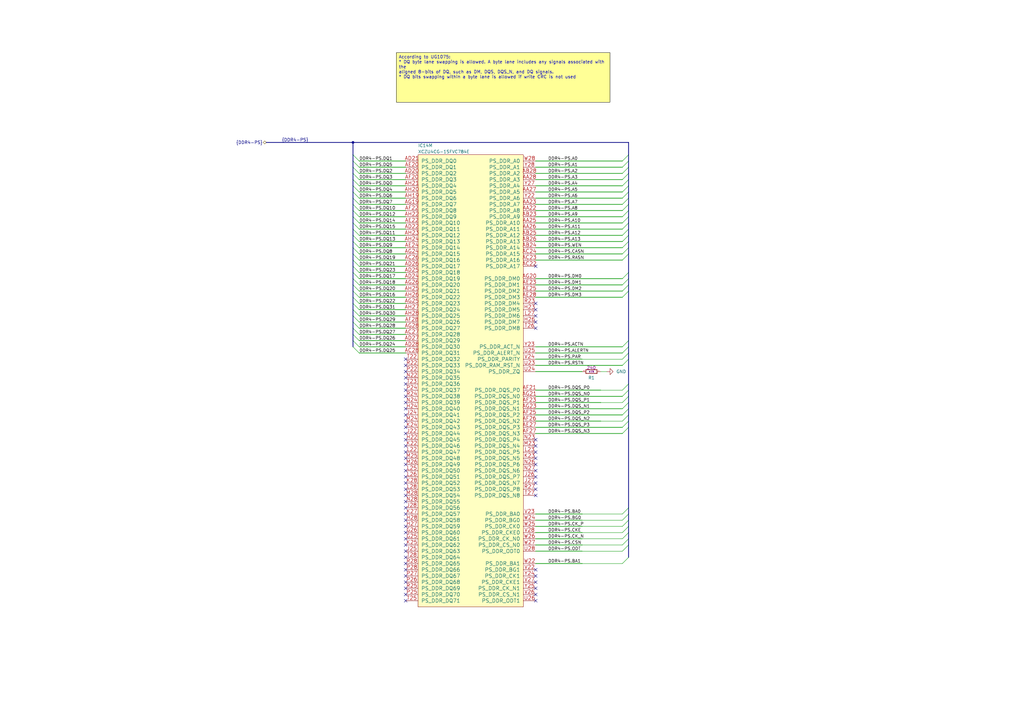
<source format=kicad_sch>
(kicad_sch (version 20250114) (generator "eeschema") (generator_version "9.0")
  (paper "A3")
  (title_block (title "SoC PS DDR4") (rev "-"))
  (lib_symbols
    (symbol "Logic:XCZU4CG-1SFVC784E" (pin_names (offset 1.27))
      (property "Reference" "IC14" (at 0 3.81 0))
      (property "Value" "XCZU4CG-1SFVC784E" (at 0 1.27 0))
      (symbol "XCZU4CG-1SFVC784E_1_1"
        (text "BANK 43" (at 5.08 -15.24 900) (effects (font (size 1.778 1.778) (bold yes)) (justify left bottom)))
        (pin bidirectional line (at 43.18 -2.54 180) (length 5.08) (name "IO_L1P_AD11P_43") (number "AG10"))
        (pin bidirectional line (at 43.18 -5.08 180) (length 5.08) (name "IO_L1N_AD11N_43") (number "AH10"))
        (pin bidirectional line (at 43.18 -7.62 180) (length 5.08) (name "IO_L2P_AD10P_43") (number "AF11"))
        (pin bidirectional line (at 43.18 -10.16 180) (length 5.08) (name "IO_L2N_AD10N_43") (number "AG11"))
        (pin bidirectional line (at 43.18 -12.7 180) (length 5.08) (name "IO_L3P_AD9P_43") (number "AH12"))
        (pin bidirectional line (at 43.18 -15.24 180) (length 5.08) (name "IO_L3N_AD9N_43") (number "AH11"))
        (pin bidirectional line (at 43.18 -17.78 180) (length 5.08) (name "IO_L4P_AD8P_43") (number "AE10"))
        (pin bidirectional line (at 43.18 -20.32 180) (length 5.08) (name "IO_L4N_AD8N_43") (number "AF10"))
        (pin bidirectional line (at 43.18 -22.86 180) (length 5.08) (name "IO_L5P_HDGC_AD7P_43") (number "AE12"))
        (pin bidirectional line (at 43.18 -25.4 180) (length 5.08) (name "IO_L5N_HDGC_AD7N_43") (number "AF12"))
        (pin bidirectional line (at 43.18 -27.94 180) (length 5.08) (name "IO_L6P_HDGC_AD6P_43") (number "AC12"))
        (pin bidirectional line (at 43.18 -30.48 180) (length 5.08) (name "IO_L6N_HDGC_AD6N_43") (number "AD12"))
        (pin bidirectional line (at 43.18 -33.02 180) (length 5.08) (name "IO_L7P_HDGC_AD5P_43") (number "AD11"))
        (pin bidirectional line (at 43.18 -35.56 180) (length 5.08) (name "IO_L7N_HDGC_AD5N_43") (number "AD10"))
        (pin bidirectional line (at 43.18 -38.1 180) (length 5.08) (name "IO_L8P_HDGC_AD4P_43") (number "AB11"))
        (pin bidirectional line (at 43.18 -40.64 180) (length 5.08) (name "IO_L8N_HDGC_AD4N_43") (number "AC11"))
        (pin bidirectional line (at 43.18 -43.18 180) (length 5.08) (name "IO_L9P_AD3P_43") (number "AA11"))
        (pin bidirectional line (at 43.18 -45.72 180) (length 5.08) (name "IO_L9N_AD3N_43") (number "AA10"))
        (pin bidirectional line (at 43.18 -48.26 180) (length 5.08) (name "IO_L10P_AD2P_43") (number "W10"))
        (pin bidirectional line (at 43.18 -50.8 180) (length 5.08) (name "IO_L10N_AD2N_43") (number "Y10"))
        (pin bidirectional line (at 43.18 -53.34 180) (length 5.08) (name "IO_L11P_AD1P_43") (number "Y9"))
        (pin bidirectional line (at 43.18 -55.88 180) (length 5.08) (name "IO_L11N_AD1N_43") (number "AA8"))
        (pin bidirectional line (at 43.18 -58.42 180) (length 5.08) (name "IO_L12P_AD0P_43") (number "AB10"))
        (pin bidirectional line (at 43.18 -60.96 180) (length 5.08) (name "IO_L12N_AD0N_43") (number "AB9"))
      )
      (symbol "XCZU4CG-1SFVC784E_2_1"
        (text "BANK 44" (at 5.08 -15.24 900) (effects (font (size 1.778 1.778) (bold yes)) (justify left bottom)))
        (pin bidirectional line (at 43.18 -2.54 180) (length 5.08) (name "IO_L1P_AD15P_44") (number "AE15"))
        (pin bidirectional line (at 43.18 -5.08 180) (length 5.08) (name "IO_L1N_AD15N_44") (number "AE14"))
        (pin bidirectional line (at 43.18 -7.62 180) (length 5.08) (name "IO_L2P_AD14P_44") (number "AG14"))
        (pin bidirectional line (at 43.18 -10.16 180) (length 5.08) (name "IO_L2N_AD14N_44") (number "AH14"))
        (pin bidirectional line (at 43.18 -12.7 180) (length 5.08) (name "IO_L3P_AD13P_44") (number "AG13"))
        (pin bidirectional line (at 43.18 -15.24 180) (length 5.08) (name "IO_L3N_AD13N_44") (number "AH13"))
        (pin bidirectional line (at 43.18 -17.78 180) (length 5.08) (name "IO_L4P_AD12P_44") (number "AE13"))
        (pin bidirectional line (at 43.18 -20.32 180) (length 5.08) (name "IO_L4N_AD12N_44") (number "AF13"))
        (pin bidirectional line (at 43.18 -22.86 180) (length 5.08) (name "IO_L5P_HDGC_44") (number "AD15"))
        (pin bidirectional line (at 43.18 -25.4 180) (length 5.08) (name "IO_L5N_HDGC_44") (number "AD14"))
        (pin bidirectional line (at 43.18 -27.94 180) (length 5.08) (name "IO_L6P_HDGC_44") (number "AC14"))
        (pin bidirectional line (at 43.18 -30.48 180) (length 5.08) (name "IO_L6N_HDGC_44") (number "AC13"))
        (pin bidirectional line (at 43.18 -33.02 180) (length 5.08) (name "IO_L7P_HDGC_44") (number "AA13"))
        (pin bidirectional line (at 43.18 -35.56 180) (length 5.08) (name "IO_L7N_HDGC_44") (number "AB13"))
        (pin bidirectional line (at 43.18 -38.1 180) (length 5.08) (name "IO_L8P_HDGC_44") (number "AB15"))
        (pin bidirectional line (at 43.18 -40.64 180) (length 5.08) (name "IO_L8N_HDGC_44") (number "AB14"))
        (pin bidirectional line (at 43.18 -43.18 180) (length 5.08) (name "IO_L9P_AD11P_44") (number "W14"))
        (pin bidirectional line (at 43.18 -45.72 180) (length 5.08) (name "IO_L9N_AD11N_44") (number "W13"))
        (pin bidirectional line (at 43.18 -48.26 180) (length 5.08) (name "IO_L10P_AD10P_44") (number "Y14"))
        (pin bidirectional line (at 43.18 -50.8 180) (length 5.08) (name "IO_L10N_AD10N_44") (number "Y13"))
        (pin bidirectional line (at 43.18 -53.34 180) (length 5.08) (name "IO_L11P_AD9P_44") (number "W12"))
        (pin bidirectional line (at 43.18 -55.88 180) (length 5.08) (name "IO_L11N_AD9N_44") (number "W11"))
        (pin bidirectional line (at 43.18 -58.42 180) (length 5.08) (name "IO_L12P_AD8P_44") (number "Y12"))
        (pin bidirectional line (at 43.18 -60.96 180) (length 5.08) (name "IO_L12N_AD8N_44") (number "AA12"))
      )
      (symbol "XCZU4CG-1SFVC784E_3_1"
        (text "BANK 45" (at 5.08 -15.24 900) (effects (font (size 1.778 1.778) (bold yes)) (justify left bottom)))
        (pin bidirectional line (at 43.18 -2.54 180) (length 5.08) (name "IO_L1P_AD15P_45") (number "J11"))
        (pin bidirectional line (at 43.18 -5.08 180) (length 5.08) (name "IO_L1N_AD15N_45") (number "J10"))
        (pin bidirectional line (at 43.18 -7.62 180) (length 5.08) (name "IO_L2P_AD14P_45") (number "K13"))
        (pin bidirectional line (at 43.18 -10.16 180) (length 5.08) (name "IO_L2N_AD14N_45") (number "K12"))
        (pin bidirectional line (at 43.18 -12.7 180) (length 5.08) (name "IO_L3P_AD13P_45") (number "H11"))
        (pin bidirectional line (at 43.18 -15.24 180) (length 5.08) (name "IO_L3N_AD13N_45") (number "G10"))
        (pin bidirectional line (at 43.18 -17.78 180) (length 5.08) (name "IO_L4P_AD12P_45") (number "J12"))
        (pin bidirectional line (at 43.18 -20.32 180) (length 5.08) (name "IO_L4N_AD12N_45") (number "H12"))
        (pin bidirectional line (at 43.18 -22.86 180) (length 5.08) (name "IO_L5P_HDGC_45") (number "G11"))
        (pin bidirectional line (at 43.18 -25.4 180) (length 5.08) (name "IO_L5N_HDGC_45") (number "F10"))
        (pin bidirectional line (at 43.18 -27.94 180) (length 5.08) (name "IO_L6P_HDGC_45") (number "F12"))
        (pin bidirectional line (at 43.18 -30.48 180) (length 5.08) (name "IO_L6N_HDGC_45") (number "F11"))
        (pin bidirectional line (at 43.18 -33.02 180) (length 5.08) (name "IO_L7P_HDGC_45") (number "E10"))
        (pin bidirectional line (at 43.18 -35.56 180) (length 5.08) (name "IO_L7N_HDGC_45") (number "D10"))
        (pin bidirectional line (at 43.18 -38.1 180) (length 5.08) (name "IO_L8P_HDGC_45") (number "E12"))
        (pin bidirectional line (at 43.18 -40.64 180) (length 5.08) (name "IO_L8N_HDGC_45") (number "D11"))
        (pin bidirectional line (at 43.18 -43.18 180) (length 5.08) (name "IO_L9P_AD11P_45") (number "C11"))
        (pin bidirectional line (at 43.18 -45.72 180) (length 5.08) (name "IO_L9N_AD11N_45") (number "B10"))
        (pin bidirectional line (at 43.18 -48.26 180) (length 5.08) (name "IO_L10P_AD10P_45") (number "B11"))
        (pin bidirectional line (at 43.18 -50.8 180) (length 5.08) (name "IO_L10N_AD10N_45") (number "A10"))
        (pin bidirectional line (at 43.18 -53.34 180) (length 5.08) (name "IO_L11P_AD9P_45") (number "A12"))
        (pin bidirectional line (at 43.18 -55.88 180) (length 5.08) (name "IO_L11N_AD9N_45") (number "A11"))
        (pin bidirectional line (at 43.18 -58.42 180) (length 5.08) (name "IO_L12P_AD8P_45") (number "D12"))
        (pin bidirectional line (at 43.18 -60.96 180) (length 5.08) (name "IO_L12N_AD8N_45") (number "C12"))
      )
      (symbol "XCZU4CG-1SFVC784E_4_1"
        (text "BANK 46" (at 5.08 -15.24 900) (effects (font (size 1.778 1.778) (bold yes)) (justify left bottom)))
        (pin bidirectional line (at 43.18 -2.54 180) (length 5.08) (name "IO_L1P_AD11P_46") (number "B15"))
        (pin bidirectional line (at 43.18 -5.08 180) (length 5.08) (name "IO_L1N_AD11N_46") (number "A15"))
        (pin bidirectional line (at 43.18 -7.62 180) (length 5.08) (name "IO_L2P_AD10P_46") (number "B14"))
        (pin bidirectional line (at 43.18 -10.16 180) (length 5.08) (name "IO_L2N_AD10N_46") (number "A14"))
        (pin bidirectional line (at 43.18 -12.7 180) (length 5.08) (name "IO_L3P_AD9P_46") (number "B13"))
        (pin bidirectional line (at 43.18 -15.24 180) (length 5.08) (name "IO_L3N_AD9N_46") (number "A13"))
        (pin bidirectional line (at 43.18 -17.78 180) (length 5.08) (name "IO_L4P_AD8P_46") (number "C14"))
        (pin bidirectional line (at 43.18 -20.32 180) (length 5.08) (name "IO_L4N_AD8N_46") (number "C13"))
        (pin bidirectional line (at 43.18 -22.86 180) (length 5.08) (name "IO_L5P_HDGC_AD7P_46") (number "D15"))
        (pin bidirectional line (at 43.18 -25.4 180) (length 5.08) (name "IO_L5N_HDGC_AD7N_46") (number "D14"))
        (pin bidirectional line (at 43.18 -27.94 180) (length 5.08) (name "IO_L6P_HDGC_AD6P_46") (number "E14"))
        (pin bidirectional line (at 43.18 -30.48 180) (length 5.08) (name "IO_L6N_HDGC_AD6N_46") (number "E13"))
        (pin bidirectional line (at 43.18 -33.02 180) (length 5.08) (name "IO_L7P_HDGC_AD5P_46") (number "G13"))
        (pin bidirectional line (at 43.18 -35.56 180) (length 5.08) (name "IO_L7N_HDGC_AD5N_46") (number "F13"))
        (pin bidirectional line (at 43.18 -38.1 180) (length 5.08) (name "IO_L8P_HDGC_AD4P_46") (number "F15"))
        (pin bidirectional line (at 43.18 -40.64 180) (length 5.08) (name "IO_L8N_HDGC_AD4N_46") (number "E15"))
        (pin bidirectional line (at 43.18 -43.18 180) (length 5.08) (name "IO_L9P_AD3P_46") (number "G15"))
        (pin bidirectional line (at 43.18 -45.72 180) (length 5.08) (name "IO_L9N_AD3N_46") (number "G14"))
        (pin bidirectional line (at 43.18 -48.26 180) (length 5.08) (name "IO_L10P_AD2P_46") (number "H14"))
        (pin bidirectional line (at 43.18 -50.8 180) (length 5.08) (name "IO_L10N_AD2N_46") (number "H13"))
        (pin bidirectional line (at 43.18 -53.34 180) (length 5.08) (name "IO_L11P_AD1P_46") (number "K14"))
        (pin bidirectional line (at 43.18 -55.88 180) (length 5.08) (name "IO_L11N_AD1N_46") (number "J14"))
        (pin bidirectional line (at 43.18 -58.42 180) (length 5.08) (name "IO_L12P_AD0P_46") (number "L14"))
        (pin bidirectional line (at 43.18 -60.96 180) (length 5.08) (name "IO_L12N_AD0N_46") (number "L13"))
      )
      (symbol "XCZU4CG-1SFVC784E_5_1"
        (text "BANK 64" (at 5.08 -15.24 900) (effects (font (size 1.778 1.778) (bold yes)) (justify left bottom)))
        (pin bidirectional line (at 58.42 -2.54 180) (length 5.08) (name "IO_L1P_T0L_N0_DBC_64") (number "AC9"))
        (pin bidirectional line (at 58.42 -5.08 180) (length 5.08) (name "IO_L1N_T0L_N1_DBC_64") (number "AD9"))
        (pin bidirectional line (at 58.42 -7.62 180) (length 5.08) (name "IO_L2P_T0L_N2_64") (number "AE9"))
        (pin bidirectional line (at 58.42 -10.16 180) (length 5.08) (name "IO_L2N_T0L_N3_64") (number "AE8"))
        (pin bidirectional line (at 58.42 -12.7 180) (length 5.08) (name "IO_L3P_T0L_N4_AD15P_64") (number "AB8"))
        (pin bidirectional line (at 58.42 -15.24 180) (length 5.08) (name "IO_L3N_T0L_N5_AD15N_64") (number "AC8"))
        (pin bidirectional line (at 58.42 -17.78 180) (length 5.08) (name "IO_L4P_T0U_N6_DBC_AD7P_64") (number "AD7"))
        (pin bidirectional line (at 58.42 -20.32 180) (length 5.08) (name "IO_L4N_T0U_N7_DBC_AD7N_64") (number "AE7"))
        (pin bidirectional line (at 58.42 -22.86 180) (length 5.08) (name "IO_L5P_T0U_N8_AD14P_64") (number "AB7"))
        (pin bidirectional line (at 58.42 -25.4 180) (length 5.08) (name "IO_L5N_T0U_N9_AD14N_64") (number "AC7"))
        (pin bidirectional line (at 58.42 -27.94 180) (length 5.08) (name "IO_L6P_T0U_N10_AD6P_64") (number "AB6"))
        (pin bidirectional line (at 58.42 -30.48 180) (length 5.08) (name "IO_L6N_T0U_N11_AD6N_64") (number "AC6"))
        (pin bidirectional line (at 58.42 -33.02 180) (length 5.08) (name "IO_L7P_T1L_N0_QBC_AD13P_64") (number "AG9"))
        (pin bidirectional line (at 58.42 -35.56 180) (length 5.08) (name "IO_L7N_T1L_N1_QBC_AD13N_64") (number "AH9"))
        (pin bidirectional line (at 58.42 -38.1 180) (length 5.08) (name "IO_L8P_T1L_N2_AD5P_64") (number "AF8"))
        (pin bidirectional line (at 58.42 -40.64 180) (length 5.08) (name "IO_L8N_T1L_N3_AD5N_64") (number "AG8"))
        (pin bidirectional line (at 58.42 -43.18 180) (length 5.08) (name "IO_L9P_T1L_N4_AD12P_64") (number "AH8"))
        (pin bidirectional line (at 58.42 -45.72 180) (length 5.08) (name "IO_L9N_T1L_N5_AD12N_64") (number "AH7"))
        (pin bidirectional line (at 58.42 -48.26 180) (length 5.08) (name "IO_L10P_T1U_N6_QBC_AD4P_64") (number "AG6"))
        (pin bidirectional line (at 58.42 -50.8 180) (length 5.08) (name "IO_L10N_T1U_N7_QBC_AD4N_64") (number "AG5"))
        (pin bidirectional line (at 58.42 -53.34 180) (length 5.08) (name "IO_L11P_T1U_N8_GC_64") (number "AF7"))
        (pin bidirectional line (at 58.42 -55.88 180) (length 5.08) (name "IO_L11N_T1U_N9_GC_64") (number "AF6"))
        (pin bidirectional line (at 58.42 -58.42 180) (length 5.08) (name "IO_L12P_T1U_N10_GC_64") (number "AE5"))
        (pin bidirectional line (at 58.42 -60.96 180) (length 5.08) (name "IO_L12N_T1U_N11_GC_64") (number "AF5"))
        (pin bidirectional line (at 58.42 -63.5 180) (length 5.08) (name "IO_L13P_T2L_N0_GC_QBC_64") (number "AD5"))
        (pin bidirectional line (at 58.42 -66.04 180) (length 5.08) (name "IO_L13N_T2L_N1_GC_QBC_64") (number "AD4"))
        (pin bidirectional line (at 58.42 -68.58 180) (length 5.08) (name "IO_L14P_T2L_N2_GC_64") (number "AC4"))
        (pin bidirectional line (at 58.42 -71.12 180) (length 5.08) (name "IO_L14N_T2L_N3_GC_64") (number "AC3"))
        (pin bidirectional line (at 58.42 -73.66 180) (length 5.08) (name "IO_L15P_T2L_N4_AD11P_64") (number "AB4"))
        (pin bidirectional line (at 58.42 -76.2 180) (length 5.08) (name "IO_L15N_T2L_N5_AD11N_64") (number "AB3"))
        (pin bidirectional line (at 58.42 -78.74 180) (length 5.08) (name "IO_L16P_T2U_N6_QBC_AD3P_64") (number "AD2"))
        (pin bidirectional line (at 58.42 -81.28 180) (length 5.08) (name "IO_L16N_T2U_N7_QBC_AD3N_64") (number "AD1"))
        (pin bidirectional line (at 58.42 -83.82 180) (length 5.08) (name "IO_L17P_T2U_N8_AD10P_64") (number "AB2"))
        (pin bidirectional line (at 58.42 -86.36 180) (length 5.08) (name "IO_L17N_T2U_N9_AD10N_64") (number "AC2"))
        (pin bidirectional line (at 58.42 -88.9 180) (length 5.08) (name "IO_L18P_T2U_N10_AD2P_64") (number "AB1"))
        (pin bidirectional line (at 58.42 -91.44 180) (length 5.08) (name "IO_L18N_T2U_N11_AD2N_64") (number "AC1"))
        (pin bidirectional line (at 58.42 -93.98 180) (length 5.08) (name "IO_L19P_T3L_N0_DBC_AD9P_64") (number "AG4"))
        (pin bidirectional line (at 58.42 -96.52 180) (length 5.08) (name "IO_L19N_T3L_N1_DBC_AD9N_64") (number "AH4"))
        (pin bidirectional line (at 58.42 -99.06 180) (length 5.08) (name "IO_L20P_T3L_N2_AD1P_64") (number "AG3"))
        (pin bidirectional line (at 58.42 -101.6 180) (length 5.08) (name "IO_L20N_T3L_N3_AD1N_64") (number "AH3"))
        (pin bidirectional line (at 58.42 -104.14 180) (length 5.08) (name "IO_L21P_T3L_N4_AD8P_64") (number "AE3"))
        (pin bidirectional line (at 58.42 -106.68 180) (length 5.08) (name "IO_L21N_T3L_N5_AD8N_64") (number "AF3"))
        (pin bidirectional line (at 58.42 -109.22 180) (length 5.08) (name "IO_L22P_T3U_N6_DBC_AD0P_64") (number "AE2"))
        (pin bidirectional line (at 58.42 -111.76 180) (length 5.08) (name "IO_L22N_T3U_N7_DBC_AD0N_64") (number "AF2"))
        (pin bidirectional line (at 58.42 -114.3 180) (length 5.08) (name "IO_L23P_T3U_N8_64") (number "AH2"))
        (pin bidirectional line (at 58.42 -116.84 180) (length 5.08) (name "IO_L23N_T3U_N9_64") (number "AH1"))
        (pin bidirectional line (at 58.42 -119.38 180) (length 5.08) (name "IO_L24P_T3U_N10_64") (number "AF1"))
        (pin bidirectional line (at 58.42 -121.92 180) (length 5.08) (name "IO_L24N_T3U_N11_64") (number "AG1"))
        (pin bidirectional line (at 58.42 -127 180) (length 5.08) (name "IO_T0U_N12_VRP_64") (number "AD6"))
        (pin bidirectional line (at 58.42 -129.54 180) (length 5.08) (name "IO_T1U_N12_64") (number "AH6"))
        (pin bidirectional line (at 58.42 -132.08 180) (length 5.08) (name "IO_T2U_N12_64") (number "AB5"))
        (pin bidirectional line (at 58.42 -134.62 180) (length 5.08) (name "IO_T3U_N12_64") (number "AE4"))
      )
      (symbol "XCZU4CG-1SFVC784E_6_1"
        (text "BANK 65" (at 5.08 -15.24 900) (effects (font (size 1.778 1.778) (bold yes)) (justify left bottom)))
        (pin bidirectional line (at 58.42 -2.54 180) (length 5.08) (name "IO_L1P_T0L_N0_DBC_65") (number "W8"))
        (pin bidirectional line (at 58.42 -5.08 180) (length 5.08) (name "IO_L1N_T0L_N1_DBC_65") (number "Y8"))
        (pin bidirectional line (at 58.42 -7.62 180) (length 5.08) (name "IO_L2P_T0L_N2_65") (number "U9"))
        (pin bidirectional line (at 58.42 -10.16 180) (length 5.08) (name "IO_L2N_T0L_N3_65") (number "V9"))
        (pin bidirectional line (at 58.42 -12.7 180) (length 5.08) (name "IO_L3P_T0L_N4_AD15P_65") (number "U8"))
        (pin bidirectional line (at 58.42 -15.24 180) (length 5.08) (name "IO_L3N_T0L_N5_AD15N_65") (number "V8"))
        (pin bidirectional line (at 58.42 -17.78 180) (length 5.08) (name "IO_L4P_T0U_N6_DBC_AD7P_SMBALERT_65") (number "R8"))
        (pin bidirectional line (at 58.42 -20.32 180) (length 5.08) (name "IO_L4N_T0U_N7_DBC_AD7N_65") (number "T8"))
        (pin bidirectional line (at 58.42 -22.86 180) (length 5.08) (name "IO_L5P_T0U_N8_AD14P_65") (number "R7"))
        (pin bidirectional line (at 58.42 -25.4 180) (length 5.08) (name "IO_L5N_T0U_N9_AD14N_65") (number "T7"))
        (pin bidirectional line (at 58.42 -27.94 180) (length 5.08) (name "IO_L6P_T0U_N10_AD6P_65") (number "R6"))
        (pin bidirectional line (at 58.42 -30.48 180) (length 5.08) (name "IO_L6N_T0U_N11_AD6N_65") (number "T6"))
        (pin bidirectional line (at 58.42 -33.02 180) (length 5.08) (name "IO_L7P_T1L_N0_QBC_AD13P_65") (number "L1"))
        (pin bidirectional line (at 58.42 -35.56 180) (length 5.08) (name "IO_L7N_T1L_N1_QBC_AD13N_65") (number "K1"))
        (pin bidirectional line (at 58.42 -38.1 180) (length 5.08) (name "IO_L8P_T1L_N2_AD5P_65") (number "J1"))
        (pin bidirectional line (at 58.42 -40.64 180) (length 5.08) (name "IO_L8N_T1L_N3_AD5N_65") (number "H1"))
        (pin bidirectional line (at 58.42 -43.18 180) (length 5.08) (name "IO_L9P_T1L_N4_AD12P_65") (number "K2"))
        (pin bidirectional line (at 58.42 -45.72 180) (length 5.08) (name "IO_L9N_T1L_N5_AD12N_65") (number "J2"))
        (pin bidirectional line (at 58.42 -48.26 180) (length 5.08) (name "IO_L10P_T1U_N6_QBC_AD4P_65") (number "H4"))
        (pin bidirectional line (at 58.42 -50.8 180) (length 5.08) (name "IO_L10N_T1U_N7_QBC_AD4N_65") (number "H3"))
        (pin bidirectional line (at 58.42 -53.34 180) (length 5.08) (name "IO_L11P_T1U_N8_GC_65") (number "K4"))
        (pin bidirectional line (at 58.42 -55.88 180) (length 5.08) (name "IO_L11N_T1U_N9_GC_65") (number "K3"))
        (pin bidirectional line (at 58.42 -58.42 180) (length 5.08) (name "IO_L12P_T1U_N10_GC_65") (number "L3"))
        (pin bidirectional line (at 58.42 -60.96 180) (length 5.08) (name "IO_L12N_T1U_N11_GC_65") (number "L2"))
        (pin bidirectional line (at 58.42 -63.5 180) (length 5.08) (name "IO_L13P_T2L_N0_GC_QBC_65") (number "L7"))
        (pin bidirectional line (at 58.42 -66.04 180) (length 5.08) (name "IO_L13N_T2L_N1_GC_QBC_65") (number "L6"))
        (pin bidirectional line (at 58.42 -68.58 180) (length 5.08) (name "IO_L14P_T2L_N2_GC_65") (number "M6"))
        (pin bidirectional line (at 58.42 -71.12 180) (length 5.08) (name "IO_L14N_T2L_N3_GC_65") (number "L5"))
        (pin bidirectional line (at 58.42 -73.66 180) (length 5.08) (name "IO_L15P_T2L_N4_AD11P_65") (number "N7"))
        (pin bidirectional line (at 58.42 -76.2 180) (length 5.08) (name "IO_L15N_T2L_N5_AD11N_65") (number "N6"))
        (pin bidirectional line (at 58.42 -78.74 180) (length 5.08) (name "IO_L16P_T2U_N6_QBC_AD3P_65") (number "P7"))
        (pin bidirectional line (at 58.42 -81.28 180) (length 5.08) (name "IO_L16N_T2U_N7_QBC_AD3N_65") (number "P6"))
        (pin bidirectional line (at 58.42 -83.82 180) (length 5.08) (name "IO_L17P_T2U_N8_AD10P_65") (number "N9"))
        (pin bidirectional line (at 58.42 -86.36 180) (length 5.08) (name "IO_L17N_T2U_N9_AD10N_65") (number "N8"))
        (pin bidirectional line (at 58.42 -88.9 180) (length 5.08) (name "IO_L18P_T2U_N10_AD2P_65") (number "M8"))
        (pin bidirectional line (at 58.42 -91.44 180) (length 5.08) (name "IO_L18N_T2U_N11_AD2N_65") (number "L8"))
        (pin bidirectional line (at 58.42 -93.98 180) (length 5.08) (name "IO_L19P_T3L_N0_DBC_AD9P_65") (number "J5"))
        (pin bidirectional line (at 58.42 -96.52 180) (length 5.08) (name "IO_L19N_T3L_N1_DBC_AD9N_65") (number "J4"))
        (pin bidirectional line (at 58.42 -99.06 180) (length 5.08) (name "IO_L20P_T3L_N2_AD1P_65") (number "J6"))
        (pin bidirectional line (at 58.42 -101.6 180) (length 5.08) (name "IO_L20N_T3L_N3_AD1N_65") (number "H6"))
        (pin bidirectional line (at 58.42 -104.14 180) (length 5.08) (name "IO_L21P_T3L_N4_AD8P_65") (number "J7"))
        (pin bidirectional line (at 58.42 -106.68 180) (length 5.08) (name "IO_L21N_T3L_N5_AD8N_65") (number "H7"))
        (pin bidirectional line (at 58.42 -109.22 180) (length 5.08) (name "IO_L22P_T3U_N6_DBC_AD0P_65") (number "K8"))
        (pin bidirectional line (at 58.42 -111.76 180) (length 5.08) (name "IO_L22N_T3U_N7_DBC_AD0N_65") (number "K7"))
        (pin bidirectional line (at 58.42 -114.3 180) (length 5.08) (name "IO_L23P_T3U_N8_I2C_SCLK_65") (number "K9"))
        (pin bidirectional line (at 58.42 -116.84 180) (length 5.08) (name "IO_L23N_T3U_N9_65") (number "J9"))
        (pin bidirectional line (at 58.42 -119.38 180) (length 5.08) (name "IO_L24P_T3U_N10_PERSTN1_I2C_SDA_65") (number "H9"))
        (pin bidirectional line (at 58.42 -121.92 180) (length 5.08) (name "IO_L24N_T3U_N11_PERSTN0_65") (number "H8"))
        (pin bidirectional line (at 58.42 -127 180) (length 5.08) (name "IO_T0U_N12_VRP_65") (number "W9"))
        (pin bidirectional line (at 58.42 -129.54 180) (length 5.08) (name "IO_T1U_N12_65") (number "H2"))
        (pin bidirectional line (at 58.42 -132.08 180) (length 5.08) (name "IO_T2U_N12_65") (number "P9"))
        (pin bidirectional line (at 58.42 -134.62 180) (length 5.08) (name "IO_T3U_N12_65") (number "K5"))
      )
      (symbol "XCZU4CG-1SFVC784E_7_1"
        (text "BANK 66" (at 5.08 -15.24 900) (effects (font (size 1.778 1.778) (bold yes)) (justify left bottom)))
        (pin bidirectional line (at 58.42 -2.54 180) (length 5.08) (name "IO_L1P_T0L_N0_DBC_66") (number "G1"))
        (pin bidirectional line (at 58.42 -5.08 180) (length 5.08) (name "IO_L1N_T0L_N1_DBC_66") (number "F1"))
        (pin bidirectional line (at 58.42 -7.62 180) (length 5.08) (name "IO_L2P_T0L_N2_66") (number "E1"))
        (pin bidirectional line (at 58.42 -10.16 180) (length 5.08) (name "IO_L2N_T0L_N3_66") (number "D1"))
        (pin bidirectional line (at 58.42 -12.7 180) (length 5.08) (name "IO_L3P_T0L_N4_AD15P_66") (number "F2"))
        (pin bidirectional line (at 58.42 -15.24 180) (length 5.08) (name "IO_L3N_T0L_N5_AD15N_66") (number "E2"))
        (pin bidirectional line (at 58.42 -17.78 180) (length 5.08) (name "IO_L4P_T0U_N6_DBC_AD7P_66") (number "G3"))
        (pin bidirectional line (at 58.42 -20.32 180) (length 5.08) (name "IO_L4N_T0U_N7_DBC_AD7N_66") (number "F3"))
        (pin bidirectional line (at 58.42 -22.86 180) (length 5.08) (name "IO_L5P_T0U_N8_AD14P_66") (number "E4"))
        (pin bidirectional line (at 58.42 -25.4 180) (length 5.08) (name "IO_L5N_T0U_N9_AD14N_66") (number "E3"))
        (pin bidirectional line (at 58.42 -27.94 180) (length 5.08) (name "IO_L6P_T0U_N10_AD6P_66") (number "G5"))
        (pin bidirectional line (at 58.42 -30.48 180) (length 5.08) (name "IO_L6N_T0U_N11_AD6N_66") (number "F5"))
        (pin bidirectional line (at 58.42 -33.02 180) (length 5.08) (name "IO_L7P_T1L_N0_QBC_AD13P_66") (number "C1"))
        (pin bidirectional line (at 58.42 -35.56 180) (length 5.08) (name "IO_L7N_T1L_N1_QBC_AD13N_66") (number "B1"))
        (pin bidirectional line (at 58.42 -38.1 180) (length 5.08) (name "IO_L8P_T1L_N2_AD5P_66") (number "A2"))
        (pin bidirectional line (at 58.42 -40.64 180) (length 5.08) (name "IO_L8N_T1L_N3_AD5N_66") (number "A1"))
        (pin bidirectional line (at 58.42 -43.18 180) (length 5.08) (name "IO_L9P_T1L_N4_AD12P_66") (number "B3"))
        (pin bidirectional line (at 58.42 -45.72 180) (length 5.08) (name "IO_L9N_T1L_N5_AD12N_66") (number "A3"))
        (pin bidirectional line (at 58.42 -48.26 180) (length 5.08) (name "IO_L10P_T1U_N6_QBC_AD4P_66") (number "B4"))
        (pin bidirectional line (at 58.42 -50.8 180) (length 5.08) (name "IO_L10N_T1U_N7_QBC_AD4N_66") (number "A4"))
        (pin bidirectional line (at 58.42 -53.34 180) (length 5.08) (name "IO_L11P_T1U_N8_GC_66") (number "D4"))
        (pin bidirectional line (at 58.42 -55.88 180) (length 5.08) (name "IO_L11N_T1U_N9_GC_66") (number "C4"))
        (pin bidirectional line (at 58.42 -58.42 180) (length 5.08) (name "IO_L12P_T1U_N10_GC_66") (number "C3"))
        (pin bidirectional line (at 58.42 -60.96 180) (length 5.08) (name "IO_L12N_T1U_N11_GC_66") (number "C2"))
        (pin bidirectional line (at 58.42 -63.5 180) (length 5.08) (name "IO_L13P_T2L_N0_GC_QBC_66") (number "D7"))
        (pin bidirectional line (at 58.42 -66.04 180) (length 5.08) (name "IO_L13N_T2L_N1_GC_QBC_66") (number "D6"))
        (pin bidirectional line (at 58.42 -68.58 180) (length 5.08) (name "IO_L14P_T2L_N2_GC_66") (number "E5"))
        (pin bidirectional line (at 58.42 -71.12 180) (length 5.08) (name "IO_L14N_T2L_N3_GC_66") (number "D5"))
        (pin bidirectional line (at 58.42 -73.66 180) (length 5.08) (name "IO_L15P_T2L_N4_AD11P_66") (number "G6"))
        (pin bidirectional line (at 58.42 -76.2 180) (length 5.08) (name "IO_L15N_T2L_N5_AD11N_66") (number "F6"))
        (pin bidirectional line (at 58.42 -78.74 180) (length 5.08) (name "IO_L16P_T2U_N6_QBC_AD3P_66") (number "G8"))
        (pin bidirectional line (at 58.42 -81.28 180) (length 5.08) (name "IO_L16N_T2U_N7_QBC_AD3N_66") (number "F7"))
        (pin bidirectional line (at 58.42 -83.82 180) (length 5.08) (name "IO_L17P_T2U_N8_AD10P_66") (number "F8"))
        (pin bidirectional line (at 58.42 -86.36 180) (length 5.08) (name "IO_L17N_T2U_N9_AD10N_66") (number "E8"))
        (pin bidirectional line (at 58.42 -88.9 180) (length 5.08) (name "IO_L18P_T2U_N10_AD2P_66") (number "E9"))
        (pin bidirectional line (at 58.42 -91.44 180) (length 5.08) (name "IO_L18N_T2U_N11_AD2N_66") (number "D9"))
        (pin bidirectional line (at 58.42 -93.98 180) (length 5.08) (name "IO_L19P_T3L_N0_DBC_AD9P_66") (number "B5"))
        (pin bidirectional line (at 58.42 -96.52 180) (length 5.08) (name "IO_L19N_T3L_N1_DBC_AD9N_66") (number "A5"))
        (pin bidirectional line (at 58.42 -99.06 180) (length 5.08) (name "IO_L20P_T3L_N2_AD1P_66") (number "C6"))
        (pin bidirectional line (at 58.42 -101.6 180) (length 5.08) (name "IO_L20N_T3L_N3_AD1N_66") (number "B6"))
        (pin bidirectional line (at 58.42 -104.14 180) (length 5.08) (name "IO_L21P_T3L_N4_AD8P_66") (number "A7"))
        (pin bidirectional line (at 58.42 -106.68 180) (length 5.08) (name "IO_L21N_T3L_N5_AD8N_66") (number "A6"))
        (pin bidirectional line (at 58.42 -109.22 180) (length 5.08) (name "IO_L22P_T3U_N6_DBC_AD0P_66") (number "C8"))
        (pin bidirectional line (at 58.42 -111.76 180) (length 5.08) (name "IO_L22N_T3U_N7_DBC_AD0N_66") (number "B8"))
        (pin bidirectional line (at 58.42 -114.3 180) (length 5.08) (name "IO_L23P_T3U_N8_66") (number "A9"))
        (pin bidirectional line (at 58.42 -116.84 180) (length 5.08) (name "IO_L23N_T3U_N9_66") (number "A8"))
        (pin bidirectional line (at 58.42 -119.38 180) (length 5.08) (name "IO_L24P_T3U_N10_66") (number "C9"))
        (pin bidirectional line (at 58.42 -121.92 180) (length 5.08) (name "IO_L24N_T3U_N11_66") (number "B9"))
        (pin bidirectional line (at 58.42 -127 180) (length 5.08) (name "IO_T0U_N12_VRP_66") (number "G4"))
        (pin bidirectional line (at 58.42 -129.54 180) (length 5.08) (name "IO_T1U_N12_66") (number "D2"))
        (pin bidirectional line (at 58.42 -132.08 180) (length 5.08) (name "IO_T2U_N12_66") (number "E7"))
        (pin bidirectional line (at 58.42 -134.62 180) (length 5.08) (name "IO_T3U_N12_66") (number "C7"))
      )
      (symbol "XCZU4CG-1SFVC784E_8_1"
        (text "BANK 224" (at 5.08 -17.78 900) (effects (font (size 1.778 1.778) (bold yes)) (justify left bottom)))
        (pin output line (at 40.64 -2.54 180) (length 5.08) (name "MGTHTXP0_224") (number "W4"))
        (pin output line (at 40.64 -5.08 180) (length 5.08) (name "MGTHTXN0_224") (number "W3"))
        (pin input line (at 40.64 -7.62 180) (length 5.08) (name "MGTHRXP0_224") (number "Y2"))
        (pin input line (at 40.64 -10.16 180) (length 5.08) (name "MGTHRXN0_224") (number "Y1"))
        (pin bidirectional line (at 40.64 -15.24 180) (length 5.08) (name "MGTREFCLK0P_224") (number "Y6"))
        (pin bidirectional line (at 40.64 -17.78 180) (length 5.08) (name "MGTREFCLK0N_224") (number "Y5"))
        (pin output line (at 40.64 -22.86 180) (length 5.08) (name "MGTHTXP1_224") (number "U4"))
        (pin output line (at 40.64 -25.4 180) (length 5.08) (name "MGTHTXN1_224") (number "U3"))
        (pin input line (at 40.64 -27.94 180) (length 5.08) (name "MGTHRXP1_224") (number "V2"))
        (pin input line (at 40.64 -30.48 180) (length 5.08) (name "MGTHRXN1_224") (number "V1"))
        (pin bidirectional line (at 40.64 -35.56 180) (length 5.08) (name "MGTREFCLK1P_224") (number "V6"))
        (pin bidirectional line (at 40.64 -38.1 180) (length 5.08) (name "MGTREFCLK1N_224") (number "V5"))
        (pin output line (at 40.64 -43.18 180) (length 5.08) (name "MGTHTXP2_224") (number "R4"))
        (pin output line (at 40.64 -45.72 180) (length 5.08) (name "MGTHTXN2_224") (number "R3"))
        (pin input line (at 40.64 -48.26 180) (length 5.08) (name "MGTHRXP2_224") (number "T2"))
        (pin input line (at 40.64 -50.8 180) (length 5.08) (name "MGTHRXN2_224") (number "T1"))
        (pin output line (at 40.64 -55.88 180) (length 5.08) (name "MGTHTXP3_224") (number "N4"))
        (pin output line (at 40.64 -58.42 180) (length 5.08) (name "MGTHTXN3_224") (number "N3"))
        (pin input line (at 40.64 -60.96 180) (length 5.08) (name "MGTHRXP3_224") (number "P2"))
        (pin input line (at 40.64 -63.5 180) (length 5.08) (name "MGTHRXN3_224") (number "P1"))
      )
      (symbol "XCZU4CG-1SFVC784E_9_1"
        (text "BANK 500" (at 5.08 -17.78 900) (effects (font (size 1.778 1.778) (bold yes)) (justify left bottom)))
        (pin bidirectional line (at 35.56 -2.54 180) (length 5.08) (name "PS_MIO0") (number "AG15"))
        (pin bidirectional line (at 35.56 -5.08 180) (length 5.08) (name "PS_MIO1") (number "AG16"))
        (pin bidirectional line (at 35.56 -7.62 180) (length 5.08) (name "PS_MIO2") (number "AF15"))
        (pin bidirectional line (at 35.56 -10.16 180) (length 5.08) (name "PS_MIO3") (number "AH15"))
        (pin bidirectional line (at 35.56 -12.7 180) (length 5.08) (name "PS_MIO4") (number "AH16"))
        (pin bidirectional line (at 35.56 -15.24 180) (length 5.08) (name "PS_MIO5") (number "AD16"))
        (pin bidirectional line (at 35.56 -17.78 180) (length 5.08) (name "PS_MIO6") (number "AF16"))
        (pin bidirectional line (at 35.56 -20.32 180) (length 5.08) (name "PS_MIO7") (number "AH17"))
        (pin bidirectional line (at 35.56 -22.86 180) (length 5.08) (name "PS_MIO8") (number "AF17"))
        (pin bidirectional line (at 35.56 -25.4 180) (length 5.08) (name "PS_MIO9") (number "AC16"))
        (pin bidirectional line (at 35.56 -27.94 180) (length 5.08) (name "PS_MIO10") (number "AD17"))
        (pin bidirectional line (at 35.56 -30.48 180) (length 5.08) (name "PS_MIO11") (number "AE17"))
        (pin bidirectional line (at 35.56 -33.02 180) (length 5.08) (name "PS_MIO12") (number "AC17"))
        (pin bidirectional line (at 35.56 -35.56 180) (length 5.08) (name "PS_MIO13") (number "AH18"))
        (pin bidirectional line (at 35.56 -38.1 180) (length 5.08) (name "PS_MIO14") (number "AG18"))
        (pin bidirectional line (at 35.56 -40.64 180) (length 5.08) (name "PS_MIO15") (number "AE18"))
        (pin bidirectional line (at 35.56 -43.18 180) (length 5.08) (name "PS_MIO16") (number "AF18"))
        (pin bidirectional line (at 35.56 -45.72 180) (length 5.08) (name "PS_MIO17") (number "AC18"))
        (pin bidirectional line (at 35.56 -48.26 180) (length 5.08) (name "PS_MIO18") (number "AC19"))
        (pin bidirectional line (at 35.56 -50.8 180) (length 5.08) (name "PS_MIO19") (number "AE19"))
        (pin bidirectional line (at 35.56 -53.34 180) (length 5.08) (name "PS_MIO20") (number "AD19"))
        (pin bidirectional line (at 35.56 -55.88 180) (length 5.08) (name "PS_MIO21") (number "AC21"))
        (pin bidirectional line (at 35.56 -58.42 180) (length 5.08) (name "PS_MIO22") (number "AB20"))
        (pin bidirectional line (at 35.56 -60.96 180) (length 5.08) (name "PS_MIO23") (number "AB18"))
        (pin bidirectional line (at 35.56 -63.5 180) (length 5.08) (name "PS_MIO24") (number "AB19"))
        (pin bidirectional line (at 35.56 -66.04 180) (length 5.08) (name "PS_MIO25") (number "AB21"))
      )
      (symbol "XCZU4CG-1SFVC784E_10_1"
        (text "BANK 501" (at 5.08 -17.78 900) (effects (font (size 1.778 1.778) (bold yes)) (justify left bottom)))
        (pin bidirectional line (at 35.56 -2.54 180) (length 5.08) (name "PS_MIO26") (number "L15"))
        (pin bidirectional line (at 35.56 -5.08 180) (length 5.08) (name "PS_MIO27") (number "J15"))
        (pin bidirectional line (at 35.56 -7.62 180) (length 5.08) (name "PS_MIO28") (number "K15"))
        (pin bidirectional line (at 35.56 -10.16 180) (length 5.08) (name "PS_MIO29") (number "G16"))
        (pin bidirectional line (at 35.56 -12.7 180) (length 5.08) (name "PS_MIO30") (number "F16"))
        (pin bidirectional line (at 35.56 -15.24 180) (length 5.08) (name "PS_MIO31") (number "H16"))
        (pin bidirectional line (at 35.56 -17.78 180) (length 5.08) (name "PS_MIO32") (number "J16"))
        (pin bidirectional line (at 35.56 -20.32 180) (length 5.08) (name "PS_MIO33") (number "L16"))
        (pin bidirectional line (at 35.56 -22.86 180) (length 5.08) (name "PS_MIO34") (number "L17"))
        (pin bidirectional line (at 35.56 -25.4 180) (length 5.08) (name "PS_MIO35") (number "H17"))
        (pin bidirectional line (at 35.56 -27.94 180) (length 5.08) (name "PS_MIO36") (number "K17"))
        (pin bidirectional line (at 35.56 -30.48 180) (length 5.08) (name "PS_MIO37") (number "J17"))
        (pin bidirectional line (at 35.56 -33.02 180) (length 5.08) (name "PS_MIO38") (number "H18"))
        (pin bidirectional line (at 35.56 -35.56 180) (length 5.08) (name "PS_MIO39") (number "H19"))
        (pin bidirectional line (at 35.56 -38.1 180) (length 5.08) (name "PS_MIO40") (number "K18"))
        (pin bidirectional line (at 35.56 -40.64 180) (length 5.08) (name "PS_MIO41") (number "J19"))
        (pin bidirectional line (at 35.56 -43.18 180) (length 5.08) (name "PS_MIO42") (number "L18"))
        (pin bidirectional line (at 35.56 -45.72 180) (length 5.08) (name "PS_MIO43") (number "K19"))
        (pin bidirectional line (at 35.56 -48.26 180) (length 5.08) (name "PS_MIO44") (number "J20"))
        (pin bidirectional line (at 35.56 -50.8 180) (length 5.08) (name "PS_MIO45") (number "K20"))
        (pin bidirectional line (at 35.56 -53.34 180) (length 5.08) (name "PS_MIO46") (number "L20"))
        (pin bidirectional line (at 35.56 -55.88 180) (length 5.08) (name "PS_MIO47") (number "H21"))
        (pin bidirectional line (at 35.56 -58.42 180) (length 5.08) (name "PS_MIO48") (number "J21"))
        (pin bidirectional line (at 35.56 -60.96 180) (length 5.08) (name "PS_MIO49") (number "M18"))
        (pin bidirectional line (at 35.56 -63.5 180) (length 5.08) (name "PS_MIO50") (number "M19"))
        (pin bidirectional line (at 35.56 -66.04 180) (length 5.08) (name "PS_MIO51") (number "L21"))
      )
      (symbol "XCZU4CG-1SFVC784E_11_1"
        (text "BANK 502" (at 5.08 -17.78 900) (effects (font (size 1.778 1.778) (bold yes)) (justify left bottom)))
        (pin bidirectional line (at 35.56 -2.54 180) (length 5.08) (name "PS_MIO52") (number "G18"))
        (pin bidirectional line (at 35.56 -5.08 180) (length 5.08) (name "PS_MIO53") (number "D16"))
        (pin bidirectional line (at 35.56 -7.62 180) (length 5.08) (name "PS_MIO54") (number "F17"))
        (pin bidirectional line (at 35.56 -10.16 180) (length 5.08) (name "PS_MIO55") (number "B16"))
        (pin bidirectional line (at 35.56 -12.7 180) (length 5.08) (name "PS_MIO56") (number "C16"))
        (pin bidirectional line (at 35.56 -15.24 180) (length 5.08) (name "PS_MIO57") (number "A16"))
        (pin bidirectional line (at 35.56 -17.78 180) (length 5.08) (name "PS_MIO58") (number "F18"))
        (pin bidirectional line (at 35.56 -20.32 180) (length 5.08) (name "PS_MIO59") (number "E17"))
        (pin bidirectional line (at 35.56 -22.86 180) (length 5.08) (name "PS_MIO60") (number "C17"))
        (pin bidirectional line (at 35.56 -25.4 180) (length 5.08) (name "PS_MIO61") (number "D17"))
        (pin bidirectional line (at 35.56 -27.94 180) (length 5.08) (name "PS_MIO62") (number "A17"))
        (pin bidirectional line (at 35.56 -30.48 180) (length 5.08) (name "PS_MIO63") (number "E18"))
        (pin bidirectional line (at 35.56 -33.02 180) (length 5.08) (name "PS_MIO64") (number "E19"))
        (pin bidirectional line (at 35.56 -35.56 180) (length 5.08) (name "PS_MIO65") (number "A18"))
        (pin bidirectional line (at 35.56 -38.1 180) (length 5.08) (name "PS_MIO66") (number "G19"))
        (pin bidirectional line (at 35.56 -40.64 180) (length 5.08) (name "PS_MIO67") (number "B18"))
        (pin bidirectional line (at 35.56 -43.18 180) (length 5.08) (name "PS_MIO68") (number "C18"))
        (pin bidirectional line (at 35.56 -45.72 180) (length 5.08) (name "PS_MIO69") (number "D19"))
        (pin bidirectional line (at 35.56 -48.26 180) (length 5.08) (name "PS_MIO70") (number "C19"))
        (pin bidirectional line (at 35.56 -50.8 180) (length 5.08) (name "PS_MIO71") (number "B19"))
        (pin bidirectional line (at 35.56 -53.34 180) (length 5.08) (name "PS_MIO72") (number "G20"))
        (pin bidirectional line (at 35.56 -55.88 180) (length 5.08) (name "PS_MIO73") (number "G21"))
        (pin bidirectional line (at 35.56 -58.42 180) (length 5.08) (name "PS_MIO74") (number "D20"))
        (pin bidirectional line (at 35.56 -60.96 180) (length 5.08) (name "PS_MIO75") (number "A19"))
        (pin bidirectional line (at 35.56 -63.5 180) (length 5.08) (name "PS_MIO76") (number "B20"))
        (pin bidirectional line (at 35.56 -66.04 180) (length 5.08) (name "PS_MIO77") (number "F20"))
      )
      (symbol "XCZU4CG-1SFVC784E_12_1"
        (text "BANK 505" (at 5.08 -17.78 900) (effects (font (size 1.778 1.778) (bold yes)) (justify left bottom)))
        (pin output line (at 40.64 -2.54 180) (length 5.08) (name "PS_MGTRTXP0_505") (number "E25"))
        (pin output line (at 40.64 -5.08 180) (length 5.08) (name "PS_MGTRTXN0_505") (number "E26"))
        (pin input line (at 40.64 -7.62 180) (length 5.08) (name "PS_MGTRRXP0_505") (number "F27"))
        (pin input line (at 40.64 -10.16 180) (length 5.08) (name "PS_MGTRRXN0_505") (number "F28"))
        (pin input line (at 40.64 -15.24 180) (length 5.08) (name "PS_MGTREFCLK0P_505") (number "F23"))
        (pin input line (at 40.64 -17.78 180) (length 5.08) (name "PS_MGTREFCLK0N_505") (number "F24"))
        (pin output line (at 40.64 -22.86 180) (length 5.08) (name "PS_MGTRTXP1_505") (number "D23"))
        (pin output line (at 40.64 -25.4 180) (length 5.08) (name "PS_MGTRTXN1_505") (number "D24"))
        (pin input line (at 40.64 -27.94 180) (length 5.08) (name "PS_MGTRRXP1_505") (number "D27"))
        (pin input line (at 40.64 -30.48 180) (length 5.08) (name "PS_MGTRRXN1_505") (number "D28"))
        (pin input line (at 40.64 -35.56 180) (length 5.08) (name "PS_MGTREFCLK1P_505") (number "E21"))
        (pin input line (at 40.64 -38.1 180) (length 5.08) (name "PS_MGTREFCLK1N_505") (number "E22"))
        (pin output line (at 40.64 -43.18 180) (length 5.08) (name "PS_MGTRTXP2_505") (number "C25"))
        (pin output line (at 40.64 -45.72 180) (length 5.08) (name "PS_MGTRTXN2_505") (number "C26"))
        (pin input line (at 40.64 -48.26 180) (length 5.08) (name "PS_MGTRRXP2_505") (number "B27"))
        (pin input line (at 40.64 -50.8 180) (length 5.08) (name "PS_MGTRRXN2_505") (number "B28"))
        (pin input line (at 40.64 -55.88 180) (length 5.08) (name "PS_MGTREFCLK2P_505") (number "C21"))
        (pin input line (at 40.64 -58.42 180) (length 5.08) (name "PS_MGTREFCLK2N_505") (number "C22"))
        (pin output line (at 40.64 -63.5 180) (length 5.08) (name "PS_MGTRTXP3_505") (number "B23"))
        (pin output line (at 40.64 -66.04 180) (length 5.08) (name "PS_MGTRTXN3_505") (number "B24"))
        (pin input line (at 40.64 -68.58 180) (length 5.08) (name "PS_MGTRRXP3_505") (number "A25"))
        (pin input line (at 40.64 -71.12 180) (length 5.08) (name "PS_MGTRRXN3_505") (number "A26"))
        (pin input line (at 40.64 -76.2 180) (length 5.08) (name "PS_MGTREFCLK3P_505") (number "A21"))
        (pin input line (at 40.64 -78.74 180) (length 5.08) (name "PS_MGTREFCLK3N_505") (number "A22"))
        (pin input line (at 40.64 -83.82 180) (length 5.08) (name "PS_MGTRREF_505") (number "F22"))
      )
      (symbol "XCZU4CG-1SFVC784E_13_1"
        (pin bidirectional line (at -5.08 -2.54 0) (length 5.08) (name "PS_DDR_DQ0") (number "AD21"))
        (pin bidirectional line (at -5.08 -5.08 0) (length 5.08) (name "PS_DDR_DQ1") (number "AE20"))
        (pin bidirectional line (at -5.08 -7.62 0) (length 5.08) (name "PS_DDR_DQ2") (number "AD20"))
        (pin bidirectional line (at -5.08 -10.16 0) (length 5.08) (name "PS_DDR_DQ3") (number "AF20"))
        (pin bidirectional line (at -5.08 -12.7 0) (length 5.08) (name "PS_DDR_DQ4") (number "AH21"))
        (pin bidirectional line (at -5.08 -15.24 0) (length 5.08) (name "PS_DDR_DQ5") (number "AH20"))
        (pin bidirectional line (at -5.08 -17.78 0) (length 5.08) (name "PS_DDR_DQ6") (number "AH19"))
        (pin bidirectional line (at -5.08 -20.32 0) (length 5.08) (name "PS_DDR_DQ7") (number "AG19"))
        (pin bidirectional line (at -5.08 -22.86 0) (length 5.08) (name "PS_DDR_DQ8") (number "AF22"))
        (pin bidirectional line (at -5.08 -25.4 0) (length 5.08) (name "PS_DDR_DQ9") (number "AH22"))
        (pin bidirectional line (at -5.08 -27.94 0) (length 5.08) (name "PS_DDR_DQ10") (number "AE22"))
        (pin bidirectional line (at -5.08 -30.48 0) (length 5.08) (name "PS_DDR_DQ11") (number "AD22"))
        (pin bidirectional line (at -5.08 -33.02 0) (length 5.08) (name "PS_DDR_DQ12") (number "AH23"))
        (pin bidirectional line (at -5.08 -35.56 0) (length 5.08) (name "PS_DDR_DQ13") (number "AH24"))
        (pin bidirectional line (at -5.08 -38.1 0) (length 5.08) (name "PS_DDR_DQ14") (number "AE24"))
        (pin bidirectional line (at -5.08 -40.64 0) (length 5.08) (name "PS_DDR_DQ15") (number "AG24"))
        (pin bidirectional line (at -5.08 -43.18 0) (length 5.08) (name "PS_DDR_DQ16") (number "AC26"))
        (pin bidirectional line (at -5.08 -45.72 0) (length 5.08) (name "PS_DDR_DQ17") (number "AD26"))
        (pin bidirectional line (at -5.08 -48.26 0) (length 5.08) (name "PS_DDR_DQ18") (number "AD25"))
        (pin bidirectional line (at -5.08 -50.8 0) (length 5.08) (name "PS_DDR_DQ19") (number "AD24"))
        (pin bidirectional line (at -5.08 -53.34 0) (length 5.08) (name "PS_DDR_DQ20") (number "AG26"))
        (pin bidirectional line (at -5.08 -55.88 0) (length 5.08) (name "PS_DDR_DQ21") (number "AH25"))
        (pin bidirectional line (at -5.08 -58.42 0) (length 5.08) (name "PS_DDR_DQ22") (number "AH26"))
        (pin bidirectional line (at -5.08 -60.96 0) (length 5.08) (name "PS_DDR_DQ23") (number "AG25"))
        (pin bidirectional line (at -5.08 -63.5 0) (length 5.08) (name "PS_DDR_DQ24") (number "AH27"))
        (pin bidirectional line (at -5.08 -66.04 0) (length 5.08) (name "PS_DDR_DQ25") (number "AH28"))
        (pin bidirectional line (at -5.08 -68.58 0) (length 5.08) (name "PS_DDR_DQ26") (number "AF28"))
        (pin bidirectional line (at -5.08 -71.12 0) (length 5.08) (name "PS_DDR_DQ27") (number "AG28"))
        (pin bidirectional line (at -5.08 -73.66 0) (length 5.08) (name "PS_DDR_DQ28") (number "AC27"))
        (pin bidirectional line (at -5.08 -76.2 0) (length 5.08) (name "PS_DDR_DQ29") (number "AD27"))
        (pin bidirectional line (at -5.08 -78.74 0) (length 5.08) (name "PS_DDR_DQ30") (number "AD28"))
        (pin bidirectional line (at -5.08 -81.28 0) (length 5.08) (name "PS_DDR_DQ31") (number "AC28"))
        (pin bidirectional line (at -5.08 -83.82 0) (length 5.08) (name "PS_DDR_DQ32") (number "T22"))
        (pin bidirectional line (at -5.08 -86.36 0) (length 5.08) (name "PS_DDR_DQ33") (number "R22"))
        (pin bidirectional line (at -5.08 -88.9 0) (length 5.08) (name "PS_DDR_DQ34") (number "P22"))
        (pin bidirectional line (at -5.08 -91.44 0) (length 5.08) (name "PS_DDR_DQ35") (number "N22"))
        (pin bidirectional line (at -5.08 -93.98 0) (length 5.08) (name "PS_DDR_DQ36") (number "T23"))
        (pin bidirectional line (at -5.08 -96.52 0) (length 5.08) (name "PS_DDR_DQ37") (number "P24"))
        (pin bidirectional line (at -5.08 -99.06 0) (length 5.08) (name "PS_DDR_DQ38") (number "R24"))
        (pin bidirectional line (at -5.08 -101.6 0) (length 5.08) (name "PS_DDR_DQ39") (number "N24"))
        (pin bidirectional line (at -5.08 -104.14 0) (length 5.08) (name "PS_DDR_DQ40") (number "H24"))
        (pin bidirectional line (at -5.08 -106.68 0) (length 5.08) (name "PS_DDR_DQ41") (number "J24"))
        (pin bidirectional line (at -5.08 -109.22 0) (length 5.08) (name "PS_DDR_DQ42") (number "M24"))
        (pin bidirectional line (at -5.08 -111.76 0) (length 5.08) (name "PS_DDR_DQ43") (number "K24"))
        (pin bidirectional line (at -5.08 -114.3 0) (length 5.08) (name "PS_DDR_DQ44") (number "J22"))
        (pin bidirectional line (at -5.08 -116.84 0) (length 5.08) (name "PS_DDR_DQ45") (number "H22"))
        (pin bidirectional line (at -5.08 -119.38 0) (length 5.08) (name "PS_DDR_DQ46") (number "K22"))
        (pin bidirectional line (at -5.08 -121.92 0) (length 5.08) (name "PS_DDR_DQ47") (number "L22"))
        (pin bidirectional line (at -5.08 -124.46 0) (length 5.08) (name "PS_DDR_DQ48") (number "M25"))
        (pin bidirectional line (at -5.08 -127 0) (length 5.08) (name "PS_DDR_DQ49") (number "M26"))
        (pin bidirectional line (at -5.08 -129.54 0) (length 5.08) (name "PS_DDR_DQ50") (number "L25"))
        (pin bidirectional line (at -5.08 -132.08 0) (length 5.08) (name "PS_DDR_DQ51") (number "L26"))
        (pin bidirectional line (at -5.08 -134.62 0) (length 5.08) (name "PS_DDR_DQ52") (number "K28"))
        (pin bidirectional line (at -5.08 -137.16 0) (length 5.08) (name "PS_DDR_DQ53") (number "L28"))
        (pin bidirectional line (at -5.08 -139.7 0) (length 5.08) (name "PS_DDR_DQ54") (number "M28"))
        (pin bidirectional line (at -5.08 -142.24 0) (length 5.08) (name "PS_DDR_DQ55") (number "N28"))
        (pin bidirectional line (at -5.08 -144.78 0) (length 5.08) (name "PS_DDR_DQ56") (number "J28"))
        (pin bidirectional line (at -5.08 -147.32 0) (length 5.08) (name "PS_DDR_DQ57") (number "K27"))
        (pin bidirectional line (at -5.08 -149.86 0) (length 5.08) (name "PS_DDR_DQ58") (number "H28"))
        (pin bidirectional line (at -5.08 -152.4 0) (length 5.08) (name "PS_DDR_DQ59") (number "H27"))
        (pin bidirectional line (at -5.08 -154.94 0) (length 5.08) (name "PS_DDR_DQ60") (number "G26"))
        (pin bidirectional line (at -5.08 -157.48 0) (length 5.08) (name "PS_DDR_DQ61") (number "G25"))
        (pin bidirectional line (at -5.08 -160.02 0) (length 5.08) (name "PS_DDR_DQ62") (number "K25"))
        (pin bidirectional line (at -5.08 -162.56 0) (length 5.08) (name "PS_DDR_DQ63") (number "J25"))
        (pin bidirectional line (at -5.08 -165.1 0) (length 5.08) (name "PS_DDR_DQ64") (number "T28"))
        (pin bidirectional line (at -5.08 -167.64 0) (length 5.08) (name "PS_DDR_DQ65") (number "R28"))
        (pin bidirectional line (at -5.08 -170.18 0) (length 5.08) (name "PS_DDR_DQ66") (number "P28"))
        (pin bidirectional line (at -5.08 -172.72 0) (length 5.08) (name "PS_DDR_DQ67") (number "P27"))
        (pin bidirectional line (at -5.08 -175.26 0) (length 5.08) (name "PS_DDR_DQ68") (number "P26"))
        (pin bidirectional line (at -5.08 -177.8 0) (length 5.08) (name "PS_DDR_DQ69") (number "R25"))
        (pin bidirectional line (at -5.08 -180.34 0) (length 5.08) (name "PS_DDR_DQ70") (number "P25"))
        (pin bidirectional line (at -5.08 -182.88 0) (length 5.08) (name "PS_DDR_DQ71") (number "T25"))
        (pin output line (at 48.26 -2.54 180) (length 5.08) (name "PS_DDR_A0") (number "W28"))
        (pin output line (at 48.26 -5.08 180) (length 5.08) (name "PS_DDR_A1") (number "Y28"))
        (pin output line (at 48.26 -7.62 180) (length 5.08) (name "PS_DDR_A2") (number "AB28"))
        (pin output line (at 48.26 -10.16 180) (length 5.08) (name "PS_DDR_A3") (number "AA28"))
        (pin output line (at 48.26 -12.7 180) (length 5.08) (name "PS_DDR_A4") (number "Y27"))
        (pin output line (at 48.26 -15.24 180) (length 5.08) (name "PS_DDR_A5") (number "AA27"))
        (pin output line (at 48.26 -17.78 180) (length 5.08) (name "PS_DDR_A6") (number "Y22"))
        (pin output line (at 48.26 -20.32 180) (length 5.08) (name "PS_DDR_A7") (number "AA23"))
        (pin output line (at 48.26 -22.86 180) (length 5.08) (name "PS_DDR_A8") (number "AA22"))
        (pin output line (at 48.26 -25.4 180) (length 5.08) (name "PS_DDR_A9") (number "AB23"))
        (pin output line (at 48.26 -27.94 180) (length 5.08) (name "PS_DDR_A10") (number "AA25"))
        (pin output line (at 48.26 -30.48 180) (length 5.08) (name "PS_DDR_A11") (number "AA26"))
        (pin output line (at 48.26 -33.02 180) (length 5.08) (name "PS_DDR_A12") (number "AB25"))
        (pin output line (at 48.26 -35.56 180) (length 5.08) (name "PS_DDR_A13") (number "AB26"))
        (pin output line (at 48.26 -38.1 180) (length 5.08) (name "PS_DDR_A14") (number "AB24"))
        (pin output line (at 48.26 -40.64 180) (length 5.08) (name "PS_DDR_A15") (number "AC24"))
        (pin output line (at 48.26 -43.18 180) (length 5.08) (name "PS_DDR_A16") (number "AC23"))
        (pin output line (at 48.26 -45.72 180) (length 5.08) (name "PS_DDR_A17") (number "AC22"))
        (pin output line (at 48.26 -50.8 180) (length 5.08) (name "PS_DDR_DM0") (number "AG20"))
        (pin output line (at 48.26 -53.34 180) (length 5.08) (name "PS_DDR_DM1") (number "AE23"))
        (pin output line (at 48.26 -55.88 180) (length 5.08) (name "PS_DDR_DM2") (number "AE25"))
        (pin output line (at 48.26 -58.42 180) (length 5.08) (name "PS_DDR_DM3") (number "AE28"))
        (pin output line (at 48.26 -60.96 180) (length 5.08) (name "PS_DDR_DM4") (number "R23"))
        (pin output line (at 48.26 -63.5 180) (length 5.08) (name "PS_DDR_DM5") (number "H23"))
        (pin output line (at 48.26 -66.04 180) (length 5.08) (name "PS_DDR_DM6") (number "L27"))
        (pin output line (at 48.26 -68.58 180) (length 5.08) (name "PS_DDR_DM7") (number "H26"))
        (pin output line (at 48.26 -71.12 180) (length 5.08) (name "PS_DDR_DM8") (number "T26"))
        (pin output line (at 48.26 -78.74 180) (length 5.08) (name "PS_DDR_ACT_N") (number "Y23"))
        (pin input line (at 48.26 -81.28 180) (length 5.08) (name "PS_DDR_ALERT_N") (number "U25"))
        (pin output line (at 48.26 -83.82 180) (length 5.08) (name "PS_DDR_PARITY") (number "V24"))
        (pin output line (at 48.26 -86.36 180) (length 5.08) (name "PS_DDR_RAM_RST_N") (number "U23"))
        (pin bidirectional line (at 48.26 -88.9 180) (length 5.08) (name "PS_DDR_ZQ") (number "U24"))
        (pin bidirectional line (at 48.26 -96.52 180) (length 5.08) (name "PS_DDR_DQS_P0") (number "AF21"))
        (pin bidirectional line (at 48.26 -99.06 180) (length 5.08) (name "PS_DDR_DQS_N0") (number "AG21"))
        (pin bidirectional line (at 48.26 -101.6 180) (length 5.08) (name "PS_DDR_DQS_P1") (number "AF23"))
        (pin bidirectional line (at 48.26 -104.14 180) (length 5.08) (name "PS_DDR_DQS_N1") (number "AG23"))
        (pin bidirectional line (at 48.26 -106.68 180) (length 5.08) (name "PS_DDR_DQS_P2") (number "AF25"))
        (pin bidirectional line (at 48.26 -109.22 180) (length 5.08) (name "PS_DDR_DQS_N2") (number "AF26"))
        (pin bidirectional line (at 48.26 -111.76 180) (length 5.08) (name "PS_DDR_DQS_P3") (number "AE27"))
        (pin bidirectional line (at 48.26 -114.3 180) (length 5.08) (name "PS_DDR_DQS_N3") (number "AF27"))
        (pin bidirectional line (at 48.26 -116.84 180) (length 5.08) (name "PS_DDR_DQS_P4") (number "N23"))
        (pin bidirectional line (at 48.26 -119.38 180) (length 5.08) (name "PS_DDR_DQS_N4") (number "M23"))
        (pin bidirectional line (at 48.26 -121.92 180) (length 5.08) (name "PS_DDR_DQS_P5") (number "L23"))
        (pin bidirectional line (at 48.26 -124.46 180) (length 5.08) (name "PS_DDR_DQS_N5") (number "K23"))
        (pin bidirectional line (at 48.26 -127 180) (length 5.08) (name "PS_DDR_DQS_P6") (number "N26"))
        (pin bidirectional line (at 48.26 -129.54 180) (length 5.08) (name "PS_DDR_DQS_N6") (number "N27"))
        (pin bidirectional line (at 48.26 -132.08 180) (length 5.08) (name "PS_DDR_DQS_P7") (number "J26"))
        (pin bidirectional line (at 48.26 -134.62 180) (length 5.08) (name "PS_DDR_DQS_N7") (number "J27"))
        (pin bidirectional line (at 48.26 -137.16 180) (length 5.08) (name "PS_DDR_DQS_P8") (number "R27"))
        (pin bidirectional line (at 48.26 -139.7 180) (length 5.08) (name "PS_DDR_DQS_N8") (number "T27"))
        (pin output line (at 48.26 -147.32 180) (length 5.08) (name "PS_DDR_BA0") (number "V23"))
        (pin output line (at 48.26 -149.86 180) (length 5.08) (name "PS_DDR_BG0") (number "W24"))
        (pin output line (at 48.26 -152.4 180) (length 5.08) (name "PS_DDR_CK0") (number "W25"))
        (pin output line (at 48.26 -154.94 180) (length 5.08) (name "PS_DDR_CKE0") (number "V28"))
        (pin output line (at 48.26 -157.48 180) (length 5.08) (name "PS_DDR_CK_N0") (number "W26"))
        (pin output line (at 48.26 -160.02 180) (length 5.08) (name "PS_DDR_CS_N0") (number "W27"))
        (pin output line (at 48.26 -162.56 180) (length 5.08) (name "PS_DDR_ODT0") (number "U28"))
        (pin output line (at 48.26 -167.64 180) (length 5.08) (name "PS_DDR_BA1") (number "W22"))
        (pin output line (at 48.26 -170.18 180) (length 5.08) (name "PS_DDR_BG1") (number "V22"))
        (pin output line (at 48.26 -172.72 180) (length 5.08) (name "PS_DDR_CK1") (number "Y24"))
        (pin output line (at 48.26 -175.26 180) (length 5.08) (name "PS_DDR_CKE1") (number "V27"))
        (pin output line (at 48.26 -177.8 180) (length 5.08) (name "PS_DDR_CK_N1") (number "Y25"))
        (pin output line (at 48.26 -180.34 180) (length 5.08) (name "PS_DDR_CS_N1") (number "V26"))
        (pin output line (at 48.26 -182.88 180) (length 5.08) (name "PS_DDR_ODT1") (number "U26"))
      )
      (symbol "XCZU4CG-1SFVC784E_14_1"
        (pin output line (at 35.56 -2.54 180) (length 5.08) (name "PS_DONE") (number "M21"))
        (pin output line (at 35.56 -5.08 180) (length 5.08) (name "PS_ERROR_OUT") (number "P17"))
        (pin output line (at 35.56 -7.62 180) (length 5.08) (name "PS_ERROR_STATUS") (number "M20"))
        (pin bidirectional line (at 35.56 -10.16 180) (length 5.08) (name "PS_INIT_B") (number "P21"))
        (pin input line (at 35.56 -15.24 180) (length 5.08) (name "PS_JTAG_TCK") (number "R19"))
        (pin input line (at 35.56 -17.78 180) (length 5.08) (name "PS_JTAG_TDI") (number "R18"))
        (pin output line (at 35.56 -20.32 180) (length 5.08) (name "PS_JTAG_TDO") (number "T21"))
        (pin input line (at 35.56 -22.86 180) (length 5.08) (name "PS_JTAG_TMS") (number "N21"))
        (pin bidirectional line (at 35.56 -27.94 180) (length 5.08) (name "PS_MODE0") (number "P19"))
        (pin bidirectional line (at 35.56 -30.48 180) (length 5.08) (name "PS_MODE1") (number "P20"))
        (pin bidirectional line (at 35.56 -33.02 180) (length 5.08) (name "PS_MODE2") (number "R20"))
        (pin bidirectional line (at 35.56 -35.56 180) (length 5.08) (name "PS_MODE3") (number "T20"))
        (pin input line (at 35.56 -40.64 180) (length 5.08) (name "PS_PADI_") (number "N17"))
        (pin output line (at 35.56 -43.18 180) (length 5.08) (name "PS_PADO_") (number "N18"))
        (pin input line (at 35.56 -48.26 180) (length 5.08) (name "PS_POR_B") (number "P16"))
        (pin input line (at 35.56 -50.8 180) (length 5.08) (name "PS_PROG_B") (number "R17"))
        (pin input line (at 35.56 -53.34 180) (length 5.08) (name "PS_SRST_B") (number "N19"))
        (pin input line (at 35.56 -58.42 180) (length 5.08) (name "PS_REF_CLK") (number "R16"))
      )
      (symbol "XCZU4CG-1SFVC784E_15_1"
        (pin power_in line (at 35.56 -2.54 180) (length 5.08) (name "MGTAVCC_R") (number "V4"))
        (pin power_in line (at 35.56 -5.08 180) (length 5.08) (name "MGTAVCC_R") (number "Y4"))
        (pin power_in line (at 35.56 -10.16 180) (length 5.08) (name "MGTAVTT_R") (number "P4"))
        (pin power_in line (at 35.56 -12.7 180) (length 5.08) (name "MGTAVTT_R") (number "T4"))
        (pin power_in line (at 35.56 -17.78 180) (length 5.08) (name "MGTVCCAUX_R") (number "U5"))
        (pin power_in line (at 35.56 -20.32 180) (length 5.08) (name "MGTVCCAUX_R") (number "W5"))
        (pin power_in line (at 35.56 -25.4 180) (length 5.08) (name "PS_MGTRAVCC") (number "B22"))
        (pin power_in line (at 35.56 -27.94 180) (length 5.08) (name "PS_MGTRAVCC") (number "D22"))
        (pin power_in line (at 35.56 -33.02 180) (length 5.08) (name "PS_MGTRAVTT") (number "A23"))
        (pin power_in line (at 35.56 -35.56 180) (length 5.08) (name "PS_MGTRAVTT") (number "C23"))
        (pin power_in line (at 35.56 -38.1 180) (length 5.08) (name "PS_MGTRAVTT") (number "D25"))
        (pin power_in line (at 35.56 -40.64 180) (length 5.08) (name "PS_MGTRAVTT") (number "E23"))
        (pin passive line (at 35.56 -45.72 180) (length 5.08) (name "MGTAVTTRCAL_R") (number "N1"))
        (pin input line (at 35.56 -48.26 180) (length 5.08) (name "MGTRREF_R") (number "N2"))
      )
      (symbol "XCZU4CG-1SFVC784E_16_1"
        (pin input line (at 35.56 -2.54 180) (length 5.08) (name "POR_OVERRIDE") (number "W7"))
        (pin input line (at 35.56 -5.08 180) (length 5.08) (name "PUDC_B") (number "U7"))
        (pin input line (at 35.56 -10.16 180) (length 5.08) (name "DXP") (number "U13"))
        (pin input line (at 35.56 -12.7 180) (length 5.08) (name "DXN") (number "U12"))
        (pin power_in line (at 35.56 -17.78 180) (length 5.08) (name "VP") (number "R13"))
        (pin power_in line (at 35.56 -20.32 180) (length 5.08) (name "VN") (number "T12"))
        (pin input line (at 35.56 -25.4 180) (length 5.08) (name "VREFP") (number "T13"))
        (pin input line (at 35.56 -27.94 180) (length 5.08) (name "VREFN") (number "R12"))
      )
      (symbol "XCZU4CG-1SFVC784E_17_1"
        (pin input line (at 35.56 -2.54 180) (length 5.08) (name "VREF_64") (number "AA7"))
        (pin input line (at 35.56 -7.62 180) (length 5.08) (name "VREF_65") (number "R9"))
        (pin input line (at 35.56 -12.7 180) (length 5.08) (name "VREF_66") (number "G9"))
        (pin power_in line (at 35.56 -17.78 180) (length 5.08) (name "VCCO_43") (number "AC10"))
        (pin power_in line (at 35.56 -20.32 180) (length 5.08) (name "VCCO_43") (number "AG12"))
        (pin power_in line (at 35.56 -25.4 180) (length 5.08) (name "VCCO_44") (number "AA14"))
        (pin power_in line (at 35.56 -27.94 180) (length 5.08) (name "VCCO_44") (number "AD13"))
        (pin power_in line (at 35.56 -33.02 180) (length 5.08) (name "VCCO_45") (number "B12"))
        (pin power_in line (at 35.56 -35.56 180) (length 5.08) (name "VCCO_45") (number "E11"))
        (pin power_in line (at 35.56 -40.64 180) (length 5.08) (name "VCCO_46") (number "C15"))
        (pin power_in line (at 35.56 -43.18 180) (length 5.08) (name "VCCO_46") (number "F14"))
        (pin power_in line (at 35.56 -48.26 180) (length 5.08) (name "VCCO_64") (number "AC5"))
        (pin power_in line (at 35.56 -50.8 180) (length 5.08) (name "VCCO_64") (number "AD8"))
        (pin power_in line (at 35.56 -53.34 180) (length 5.08) (name "VCCO_64") (number "AG7"))
        (pin power_in line (at 35.56 -58.42 180) (length 5.08) (name "VCCO_65") (number "H5"))
        (pin power_in line (at 35.56 -60.96 180) (length 5.08) (name "VCCO_65") (number "J3"))
        (pin power_in line (at 35.56 -63.5 180) (length 5.08) (name "VCCO_65") (number "L4"))
        (pin power_in line (at 35.56 -68.58 180) (length 5.08) (name "VCCO_66") (number "B7"))
        (pin power_in line (at 35.56 -71.12 180) (length 5.08) (name "VCCO_66") (number "D3"))
        (pin power_in line (at 35.56 -73.66 180) (length 5.08) (name "VCCO_66") (number "E6"))
        (pin power_in line (at 35.56 -78.74 180) (length 5.08) (name "VCCO_PSIO0_500") (number "AB17"))
        (pin power_in line (at 35.56 -81.28 180) (length 5.08) (name "VCCO_PSIO0_500") (number "AE16"))
        (pin power_in line (at 35.56 -83.82 180) (length 5.08) (name "VCCO_PSIO0_500") (number "AG17"))
        (pin power_in line (at 35.56 -88.9 180) (length 5.08) (name "VCCO_PSIO1_501") (number "H20"))
        (pin power_in line (at 35.56 -91.44 180) (length 5.08) (name "VCCO_PSIO1_501") (number "L19"))
        (pin power_in line (at 35.56 -96.52 180) (length 5.08) (name "VCCO_PSIO2_502") (number "D18"))
        (pin power_in line (at 35.56 -99.06 180) (length 5.08) (name "VCCO_PSIO2_502") (number "G17"))
        (pin power_in line (at 35.56 -104.14 180) (length 5.08) (name "VCCO_PSIO3_503") (number "M17"))
        (pin power_in line (at 35.56 -106.68 180) (length 5.08) (name "VCCO_PSIO3_503") (number "P18"))
        (pin power_in line (at 35.56 -111.76 180) (length 5.08) (name "VCCO_PSDDR_504") (number "AB22"))
        (pin power_in line (at 35.56 -114.3 180) (length 5.08) (name "VCCO_PSDDR_504") (number "AD23"))
        (pin power_in line (at 35.56 -116.84 180) (length 5.08) (name "VCCO_PSDDR_504") (number "AF24"))
        (pin power_in line (at 35.56 -119.38 180) (length 5.08) (name "VCCO_PSDDR_504") (number "P23"))
        (pin power_in line (at 35.56 -121.92 180) (length 5.08) (name "VCCO_PSDDR_504") (number "T24"))
        (pin power_in line (at 35.56 -124.46 180) (length 5.08) (name "VCCO_PSDDR_504") (number "V25"))
        (pin power_in line (at 35.56 -127 180) (length 5.08) (name "VCCO_PSDDR_504") (number "Y26"))
      )
      (symbol "XCZU4CG-1SFVC784E_18_1"
        (pin power_in line (at 35.56 -2.54 180) (length 5.08) (name "VCCAUX") (number "M16"))
        (pin power_in line (at 35.56 -5.08 180) (length 5.08) (name "VCCAUX") (number "N16"))
        (pin power_in line (at 35.56 -10.16 180) (length 5.08) (name "VCCAUX_IO") (number "M13"))
        (pin power_in line (at 35.56 -12.7 180) (length 5.08) (name "VCCAUX_IO") (number "M14"))
        (pin power_in line (at 35.56 -15.24 180) (length 5.08) (name "VCCAUX_IO") (number "M15"))
        (pin power_in line (at 35.56 -20.32 180) (length 5.08) (name "VCCINT") (number "N11"))
        (pin power_in line (at 35.56 -22.86 180) (length 5.08) (name "VCCINT") (number "N13"))
        (pin power_in line (at 35.56 -25.4 180) (length 5.08) (name "VCCINT") (number "N15"))
        (pin power_in line (at 35.56 -27.94 180) (length 5.08) (name "VCCINT") (number "P10"))
        (pin power_in line (at 35.56 -30.48 180) (length 5.08) (name "VCCINT") (number "P14"))
        (pin power_in line (at 35.56 -33.02 180) (length 5.08) (name "VCCINT") (number "P15"))
        (pin power_in line (at 35.56 -35.56 180) (length 5.08) (name "VCCINT") (number "R10"))
        (pin power_in line (at 35.56 -38.1 180) (length 5.08) (name "VCCINT") (number "R11"))
        (pin power_in line (at 35.56 -40.64 180) (length 5.08) (name "VCCINT") (number "R14"))
        (pin power_in line (at 35.56 -43.18 180) (length 5.08) (name "VCCINT") (number "T11"))
        (pin power_in line (at 35.56 -45.72 180) (length 5.08) (name "VCCINT") (number "T15"))
        (pin power_in line (at 35.56 -48.26 180) (length 5.08) (name "VCCINT") (number "U10"))
        (pin power_in line (at 35.56 -50.8 180) (length 5.08) (name "VCCINT") (number "U14"))
        (pin power_in line (at 35.56 -53.34 180) (length 5.08) (name "VCCINT") (number "U15"))
        (pin power_in line (at 35.56 -55.88 180) (length 5.08) (name "VCCINT") (number "V10"))
        (pin power_in line (at 35.56 -58.42 180) (length 5.08) (name "VCCINT") (number "V11"))
        (pin power_in line (at 35.56 -60.96 180) (length 5.08) (name "VCCINT") (number "V12"))
        (pin power_in line (at 35.56 -63.5 180) (length 5.08) (name "VCCINT") (number "V14"))
        (pin power_in line (at 35.56 -68.58 180) (length 5.08) (name "VCCINT_IO") (number "K10"))
        (pin power_in line (at 35.56 -71.12 180) (length 5.08) (name "VCCINT_IO") (number "L10"))
        (pin power_in line (at 35.56 -73.66 180) (length 5.08) (name "VCCINT_IO") (number "M9"))
        (pin power_in line (at 35.56 -76.2 180) (length 5.08) (name "VCCINT_IO") (number "M10"))
        (pin power_in line (at 35.56 -81.28 180) (length 5.08) (name "VCCBRAM") (number "L11"))
        (pin power_in line (at 35.56 -83.82 180) (length 5.08) (name "VCCBRAM") (number "L12"))
        (pin power_in line (at 35.56 -86.36 180) (length 5.08) (name "VCCBRAM") (number "M11"))
        (pin power_in line (at 35.56 -88.9 180) (length 5.08) (name "VCCBRAM") (number "M12"))
      )
      (symbol "XCZU4CG-1SFVC784E_19_1"
        (pin power_in line (at 35.56 -2.54 180) (length 5.08) (name "VCC_PSADC") (number "Y20"))
        (pin power_in line (at 35.56 -7.62 180) (length 5.08) (name "VCCADC") (number "P12"))
        (pin power_in line (at 35.56 -12.7 180) (length 5.08) (name "VCC_PSAUX") (number "U19"))
        (pin power_in line (at 35.56 -15.24 180) (length 5.08) (name "VCC_PSAUX") (number "U20"))
        (pin power_in line (at 35.56 -17.78 180) (length 5.08) (name "VCC_PSAUX") (number "V19"))
        (pin power_in line (at 35.56 -20.32 180) (length 5.08) (name "VCC_PSAUX") (number "W19"))
        (pin power_in line (at 35.56 -25.4 180) (length 5.08) (name "VCC_PSBATT") (number "Y18"))
        (pin power_in line (at 35.56 -30.48 180) (length 5.08) (name "VCC_PSDDR_PLL") (number "U16"))
        (pin power_in line (at 35.56 -33.02 180) (length 5.08) (name "VCC_PSDDR_PLL") (number "U18"))
        (pin power_in line (at 35.56 -38.1 180) (length 5.08) (name "VCC_PSINTFP") (number "Y15"))
        (pin power_in line (at 35.56 -40.64 180) (length 5.08) (name "VCC_PSINTFP") (number "Y17"))
        (pin power_in line (at 35.56 -43.18 180) (length 5.08) (name "VCC_PSINTFP") (number "AA15"))
        (pin power_in line (at 35.56 -45.72 180) (length 5.08) (name "VCC_PSINTFP") (number "AA16"))
        (pin power_in line (at 35.56 -48.26 180) (length 5.08) (name "VCC_PSINTFP") (number "AA17"))
        (pin power_in line (at 35.56 -50.8 180) (length 5.08) (name "VCC_PSINTFP") (number "AA18"))
        (pin power_in line (at 35.56 -53.34 180) (length 5.08) (name "VCC_PSINTFP") (number "AB16"))
        (pin power_in line (at 35.56 -58.42 180) (length 5.08) (name "VCC_PSINTFP_DDR") (number "Y19"))
        (pin power_in line (at 35.56 -60.96 180) (length 5.08) (name "VCC_PSINTFP_DDR") (number "AA20"))
        (pin power_in line (at 35.56 -63.5 180) (length 5.08) (name "VCC_PSINTFP_DDR") (number "AA21"))
        (pin power_in line (at 35.56 -68.58 180) (length 5.08) (name "VCC_PSINTLP") (number "V16"))
        (pin power_in line (at 35.56 -71.12 180) (length 5.08) (name "VCC_PSINTLP") (number "V17"))
        (pin power_in line (at 35.56 -73.66 180) (length 5.08) (name "VCC_PSINTLP") (number "V18"))
        (pin power_in line (at 35.56 -76.2 180) (length 5.08) (name "VCC_PSINTLP") (number "W15"))
        (pin power_in line (at 35.56 -78.74 180) (length 5.08) (name "VCC_PSINTLP") (number "W16"))
        (pin power_in line (at 35.56 -81.28 180) (length 5.08) (name "VCC_PSINTLP") (number "W17"))
        (pin power_in line (at 35.56 -86.36 180) (length 5.08) (name "VCC_PSPLL") (number "T16"))
        (pin power_in line (at 35.56 -88.9 180) (length 5.08) (name "VCC_PSPLL") (number "T17"))
        (pin power_in line (at 35.56 -91.44 180) (length 5.08) (name "VCC_PSPLL") (number "T18"))
      )
      (symbol "XCZU4CG-1SFVC784E_20_1"
        (pin power_in line (at -5.08 -2.54 0) (length 5.08) (name "GND") (number "A20"))
        (pin power_in line (at -5.08 -5.08 0) (length 5.08) (name "GND") (number "A24"))
        (pin power_in line (at -5.08 -7.62 0) (length 5.08) (name "GND") (number "A27"))
        (pin power_in line (at -5.08 -10.16 0) (length 5.08) (name "GND") (number "A28"))
        (pin power_in line (at -5.08 -12.7 0) (length 5.08) (name "GND") (number "B2"))
        (pin power_in line (at -5.08 -15.24 0) (length 5.08) (name "GND") (number "B17"))
        (pin power_in line (at -5.08 -17.78 0) (length 5.08) (name "GND") (number "B21"))
        (pin power_in line (at -5.08 -20.32 0) (length 5.08) (name "GND") (number "B25"))
        (pin power_in line (at -5.08 -22.86 0) (length 5.08) (name "GND") (number "B26"))
        (pin power_in line (at -5.08 -25.4 0) (length 5.08) (name "GND") (number "C5"))
        (pin power_in line (at -5.08 -27.94 0) (length 5.08) (name "GND") (number "C10"))
        (pin power_in line (at -5.08 -30.48 0) (length 5.08) (name "GND") (number "C20"))
        (pin power_in line (at -5.08 -33.02 0) (length 5.08) (name "GND") (number "C24"))
        (pin power_in line (at -5.08 -35.56 0) (length 5.08) (name "GND") (number "C27"))
        (pin power_in line (at -5.08 -38.1 0) (length 5.08) (name "GND") (number "C28"))
        (pin power_in line (at -5.08 -40.64 0) (length 5.08) (name "GND") (number "D8"))
        (pin power_in line (at -5.08 -43.18 0) (length 5.08) (name "GND") (number "D13"))
        (pin power_in line (at -5.08 -45.72 0) (length 5.08) (name "GND") (number "D21"))
        (pin power_in line (at -5.08 -48.26 0) (length 5.08) (name "GND") (number "D26"))
        (pin power_in line (at -5.08 -50.8 0) (length 5.08) (name "GND") (number "E16"))
        (pin power_in line (at -5.08 -53.34 0) (length 5.08) (name "GND") (number "E20"))
        (pin power_in line (at -5.08 -55.88 0) (length 5.08) (name "GND") (number "E24"))
        (pin power_in line (at -5.08 -58.42 0) (length 5.08) (name "GND") (number "E27"))
        (pin power_in line (at -5.08 -60.96 0) (length 5.08) (name "GND") (number "E28"))
        (pin power_in line (at -5.08 -63.5 0) (length 5.08) (name "GND") (number "F4"))
        (pin power_in line (at -5.08 -66.04 0) (length 5.08) (name "GND") (number "F9"))
        (pin power_in line (at -5.08 -68.58 0) (length 5.08) (name "GND") (number "F19"))
        (pin power_in line (at -5.08 -71.12 0) (length 5.08) (name "GND") (number "F21"))
        (pin power_in line (at -5.08 -73.66 0) (length 5.08) (name "GND") (number "F25"))
        (pin power_in line (at -5.08 -76.2 0) (length 5.08) (name "GND") (number "F26"))
        (pin power_in line (at -5.08 -78.74 0) (length 5.08) (name "GND") (number "G2"))
        (pin power_in line (at -5.08 -81.28 0) (length 5.08) (name "GND") (number "G7"))
        (pin power_in line (at -5.08 -83.82 0) (length 5.08) (name "GND") (number "G12"))
        (pin power_in line (at -5.08 -86.36 0) (length 5.08) (name "GND") (number "G22"))
        (pin power_in line (at -5.08 -88.9 0) (length 5.08) (name "GND") (number "G23"))
        (pin power_in line (at -5.08 -91.44 0) (length 5.08) (name "GND") (number "G24"))
        (pin power_in line (at -5.08 -93.98 0) (length 5.08) (name "GND") (number "G27"))
        (pin power_in line (at -5.08 -96.52 0) (length 5.08) (name "GND") (number "G28"))
        (pin power_in line (at -5.08 -99.06 0) (length 5.08) (name "GND") (number "H10"))
        (pin power_in line (at -5.08 -101.6 0) (length 5.08) (name "GND") (number "H15"))
        (pin power_in line (at -5.08 -104.14 0) (length 5.08) (name "GND") (number "H25"))
        (pin power_in line (at -5.08 -106.68 0) (length 5.08) (name "GND") (number "J13"))
        (pin power_in line (at -5.08 -109.22 0) (length 5.08) (name "GND") (number "J18"))
        (pin power_in line (at -5.08 -111.76 0) (length 5.08) (name "GND") (number "J23"))
        (pin power_in line (at -5.08 -114.3 0) (length 5.08) (name "GND") (number "J8"))
        (pin power_in line (at -5.08 -116.84 0) (length 5.08) (name "GND") (number "K6"))
        (pin power_in line (at -5.08 -119.38 0) (length 5.08) (name "GND") (number "K11"))
        (pin power_in line (at -5.08 -121.92 0) (length 5.08) (name "GND") (number "K16"))
        (pin power_in line (at -5.08 -124.46 0) (length 5.08) (name "GND") (number "K21"))
        (pin power_in line (at -5.08 -127 0) (length 5.08) (name "GND") (number "K26"))
        (pin power_in line (at -5.08 -129.54 0) (length 5.08) (name "GND") (number "L9"))
        (pin power_in line (at -5.08 -132.08 0) (length 5.08) (name "GND") (number "L24"))
        (pin power_in line (at -5.08 -134.62 0) (length 5.08) (name "GND") (number "M1"))
        (pin power_in line (at -5.08 -137.16 0) (length 5.08) (name "GND") (number "M2"))
        (pin power_in line (at -5.08 -139.7 0) (length 5.08) (name "GND") (number "M3"))
        (pin power_in line (at -5.08 -142.24 0) (length 5.08) (name "GND") (number "M4"))
        (pin power_in line (at -5.08 -144.78 0) (length 5.08) (name "GND") (number "M5"))
        (pin power_in line (at -5.08 -147.32 0) (length 5.08) (name "GND") (number "M7"))
        (pin power_in line (at -5.08 -149.86 0) (length 5.08) (name "GND") (number "M22"))
        (pin power_in line (at -5.08 -152.4 0) (length 5.08) (name "GND") (number "M27"))
        (pin power_in line (at -5.08 -154.94 0) (length 5.08) (name "GND") (number "N5"))
        (pin power_in line (at -5.08 -157.48 0) (length 5.08) (name "GND") (number "N10"))
        (pin power_in line (at -5.08 -160.02 0) (length 5.08) (name "GND") (number "N12"))
        (pin power_in line (at -5.08 -162.56 0) (length 5.08) (name "GND") (number "N14"))
        (pin power_in line (at -5.08 -165.1 0) (length 5.08) (name "GND") (number "N20"))
        (pin power_in line (at -5.08 -167.64 0) (length 5.08) (name "GND") (number "N25"))
        (pin power_in line (at -5.08 -170.18 0) (length 5.08) (name "GND") (number "P3"))
        (pin power_in line (at -5.08 -172.72 0) (length 5.08) (name "GND") (number "P5"))
        (pin power_in line (at -5.08 -175.26 0) (length 5.08) (name "GND") (number "P8"))
        (pin power_in line (at -5.08 -177.8 0) (length 5.08) (name "GND") (number "P11"))
        (pin power_in line (at -5.08 -180.34 0) (length 5.08) (name "GND") (number "R1"))
        (pin power_in line (at 35.56 -2.54 180) (length 5.08) (name "GND") (number "R2"))
        (pin power_in line (at 35.56 -5.08 180) (length 5.08) (name "GND") (number "R5"))
        (pin power_in line (at 35.56 -7.62 180) (length 5.08) (name "GND") (number "R15"))
        (pin power_in line (at 35.56 -10.16 180) (length 5.08) (name "GND") (number "R21"))
        (pin power_in line (at 35.56 -12.7 180) (length 5.08) (name "GND") (number "R26"))
        (pin power_in line (at 35.56 -15.24 180) (length 5.08) (name "GND") (number "T3"))
        (pin power_in line (at 35.56 -17.78 180) (length 5.08) (name "GND") (number "T5"))
        (pin power_in line (at 35.56 -20.32 180) (length 5.08) (name "GND") (number "T9"))
        (pin power_in line (at 35.56 -22.86 180) (length 5.08) (name "GND") (number "T10"))
        (pin power_in line (at 35.56 -25.4 180) (length 5.08) (name "GND") (number "T14"))
        (pin power_in line (at 35.56 -27.94 180) (length 5.08) (name "GND") (number "T19"))
        (pin power_in line (at 35.56 -30.48 180) (length 5.08) (name "GND") (number "U1"))
        (pin power_in line (at 35.56 -33.02 180) (length 5.08) (name "GND") (number "U2"))
        (pin power_in line (at 35.56 -35.56 180) (length 5.08) (name "GND") (number "U6"))
        (pin power_in line (at 35.56 -38.1 180) (length 5.08) (name "GND") (number "U11"))
        (pin power_in line (at 35.56 -40.64 180) (length 5.08) (name "GND") (number "U17"))
        (pin power_in line (at 35.56 -43.18 180) (length 5.08) (name "GND") (number "U22"))
        (pin power_in line (at 35.56 -45.72 180) (length 5.08) (name "GND") (number "U27"))
        (pin power_in line (at 35.56 -48.26 180) (length 5.08) (name "GND") (number "V3"))
        (pin power_in line (at 35.56 -50.8 180) (length 5.08) (name "GND") (number "V7"))
        (pin power_in line (at 35.56 -53.34 180) (length 5.08) (name "GND") (number "V13"))
        (pin power_in line (at 35.56 -55.88 180) (length 5.08) (name "GND") (number "V15"))
        (pin power_in line (at 35.56 -58.42 180) (length 5.08) (name "GND") (number "W1"))
        (pin power_in line (at 35.56 -60.96 180) (length 5.08) (name "GND") (number "W2"))
        (pin power_in line (at 35.56 -63.5 180) (length 5.08) (name "GND") (number "W6"))
        (pin power_in line (at 35.56 -66.04 180) (length 5.08) (name "GND") (number "W18"))
        (pin power_in line (at 35.56 -68.58 180) (length 5.08) (name "GND") (number "W23"))
        (pin power_in line (at 35.56 -71.12 180) (length 5.08) (name "GND") (number "Y3"))
        (pin power_in line (at 35.56 -73.66 180) (length 5.08) (name "GND") (number "Y7"))
        (pin power_in line (at 35.56 -76.2 180) (length 5.08) (name "GND") (number "Y11"))
        (pin power_in line (at 35.56 -78.74 180) (length 5.08) (name "GND") (number "Y16"))
        (pin power_in line (at 35.56 -81.28 180) (length 5.08) (name "GND") (number "AA1"))
        (pin power_in line (at 35.56 -83.82 180) (length 5.08) (name "GND") (number "AA2"))
        (pin power_in line (at 35.56 -86.36 180) (length 5.08) (name "GND") (number "AA3"))
        (pin power_in line (at 35.56 -88.9 180) (length 5.08) (name "GND") (number "AA4"))
        (pin power_in line (at 35.56 -91.44 180) (length 5.08) (name "GND") (number "AA5"))
        (pin power_in line (at 35.56 -93.98 180) (length 5.08) (name "GND") (number "AA6"))
        (pin power_in line (at 35.56 -96.52 180) (length 5.08) (name "GND") (number "AA9"))
        (pin power_in line (at 35.56 -99.06 180) (length 5.08) (name "GND") (number "AA19"))
        (pin power_in line (at 35.56 -101.6 180) (length 5.08) (name "GND") (number "AA24"))
        (pin power_in line (at 35.56 -104.14 180) (length 5.08) (name "GND") (number "AB12"))
        (pin power_in line (at 35.56 -106.68 180) (length 5.08) (name "GND") (number "AB27"))
        (pin power_in line (at 35.56 -109.22 180) (length 5.08) (name "GND") (number "AC15"))
        (pin power_in line (at 35.56 -111.76 180) (length 5.08) (name "GND") (number "AC20"))
        (pin power_in line (at 35.56 -114.3 180) (length 5.08) (name "GND") (number "AC25"))
        (pin power_in line (at 35.56 -116.84 180) (length 5.08) (name "GND") (number "AD3"))
        (pin power_in line (at 35.56 -119.38 180) (length 5.08) (name "GND") (number "AD18"))
        (pin power_in line (at 35.56 -121.92 180) (length 5.08) (name "GND") (number "AE1"))
        (pin power_in line (at 35.56 -124.46 180) (length 5.08) (name "GND") (number "AE6"))
        (pin power_in line (at 35.56 -127 180) (length 5.08) (name "GND") (number "AE11"))
        (pin power_in line (at 35.56 -129.54 180) (length 5.08) (name "GND") (number "AE21"))
        (pin power_in line (at 35.56 -132.08 180) (length 5.08) (name "GND") (number "AE26"))
        (pin power_in line (at 35.56 -134.62 180) (length 5.08) (name "GND") (number "AF4"))
        (pin power_in line (at 35.56 -137.16 180) (length 5.08) (name "GND") (number "AF9"))
        (pin power_in line (at 35.56 -139.7 180) (length 5.08) (name "GND") (number "AF14"))
        (pin power_in line (at 35.56 -142.24 180) (length 5.08) (name "GND") (number "AF19"))
        (pin power_in line (at 35.56 -144.78 180) (length 5.08) (name "GND") (number "AG2"))
        (pin power_in line (at 35.56 -147.32 180) (length 5.08) (name "GND") (number "AG22"))
        (pin power_in line (at 35.56 -149.86 180) (length 5.08) (name "GND") (number "AG27"))
        (pin power_in line (at 35.56 -152.4 180) (length 5.08) (name "GND") (number "AH5"))
        (pin power_in line (at 35.56 -160.02 180) (length 5.08) (name "RSVDGND") (number "U21"))
        (pin power_in line (at 35.56 -162.56 180) (length 5.08) (name "RSVDGND") (number "V20"))
        (pin power_in line (at 35.56 -165.1 180) (length 5.08) (name "RSVDGND") (number "V21"))
        (pin power_in line (at 35.56 -167.64 180) (length 5.08) (name "RSVDGND") (number "W21"))
        (pin power_in line (at 35.56 -170.18 180) (length 5.08) (name "RSVDGND") (number "Y21"))
        (pin power_in line (at 35.56 -175.26 180) (length 5.08) (name "GNDADC") (number "P13"))
        (pin power_in line (at 35.56 -180.34 180) (length 5.08) (name "GND_PSADC") (number "W20"))
      )
    )
    (symbol "Resistors SMD:R0402_240R_1%_0.0625W_100PPM" (pin_names (offset 1.27))
      (property "Reference" "R" (at 3.81 1.778 0))
      (property "Tolerance" "±1%" (at 3.81 0 0))
      (property "Val" "240" (at 3.81 -1.778 0))
      (symbol "R0402_240R_1%_0.0625W_100PPM_0_1"
        (pin passive line (at 0 0 0) (length 1.524) (name "1") (number "1"))
        (pin passive line (at 7.62 0 180) (length 1.524) (name "2") (number "2"))
      )
    )
    (symbol "power:GND" (power) (pin_names (offset 0))
      (property "Value" "GND" (at 0 -3.81 0))
      (symbol "GND_1_1"
        (pin power_in line (at 0 0 270) (length 0) (hide yes) (name "GND") (number "1"))
      )
    )
  )
  (text_box "According to UG1075:\n* DQ byte lane swapping is allowed. A byte lane includes any signals associated with the \naligned 8-bits of DQ, such as DM, DQS, DQS_N, and DQ signals.\n* DQ bits swapping within a byte lane is allowed if write CRC is not used" (at 250.19 21.59 0) (size -87.63 20.32) (margins 0.9525 0.9525 0.9525 0.9525) (stroke (width 0) (color 0 0 0 1)) (fill (type color) (color 255 255 150 1)) (effects (font (size 1.27 1.27)) (justify left top)))
  (junction (at 144.78 58.42))
  (no_connect (at 166.37 241.3))
  (no_connect (at 166.37 175.26))
  (no_connect (at 166.37 182.88))
  (no_connect (at 166.37 185.42))
  (no_connect (at 166.37 152.4))
  (no_connect (at 219.71 124.46))
  (no_connect (at 166.37 187.96))
  (no_connect (at 219.71 134.62))
  (no_connect (at 166.37 165.1))
  (no_connect (at 166.37 177.8))
  (no_connect (at 219.71 109.22))
  (no_connect (at 166.37 243.84))
  (no_connect (at 166.37 149.86))
  (no_connect (at 166.37 167.64))
  (no_connect (at 166.37 193.04))
  (no_connect (at 166.37 154.94))
  (no_connect (at 166.37 220.98))
  (no_connect (at 166.37 160.02))
  (no_connect (at 219.71 187.96))
  (no_connect (at 219.71 241.3))
  (no_connect (at 166.37 233.68))
  (no_connect (at 219.71 200.66))
  (no_connect (at 166.37 198.12))
  (no_connect (at 219.71 236.22))
  (no_connect (at 166.37 203.2))
  (no_connect (at 219.71 185.42))
  (no_connect (at 166.37 226.06))
  (no_connect (at 219.71 195.58))
  (no_connect (at 219.71 243.84))
  (no_connect (at 219.71 190.5))
  (no_connect (at 166.37 157.48))
  (no_connect (at 166.37 231.14))
  (no_connect (at 166.37 223.52))
  (no_connect (at 219.71 246.38))
  (no_connect (at 166.37 213.36))
  (no_connect (at 219.71 233.68))
  (no_connect (at 166.37 215.9))
  (no_connect (at 166.37 180.34))
  (no_connect (at 219.71 198.12))
  (no_connect (at 166.37 210.82))
  (no_connect (at 166.37 246.38))
  (no_connect (at 219.71 238.76))
  (no_connect (at 166.37 205.74))
  (no_connect (at 166.37 208.28))
  (no_connect (at 166.37 236.22))
  (no_connect (at 219.71 193.04))
  (no_connect (at 219.71 182.88))
  (no_connect (at 219.71 180.34))
  (no_connect (at 166.37 172.72))
  (no_connect (at 219.71 129.54))
  (no_connect (at 219.71 127))
  (no_connect (at 166.37 238.76))
  (no_connect (at 166.37 200.66))
  (no_connect (at 166.37 170.18))
  (no_connect (at 166.37 195.58))
  (no_connect (at 166.37 228.6))
  (no_connect (at 166.37 218.44))
  (no_connect (at 166.37 190.5))
  (no_connect (at 166.37 147.32))
  (no_connect (at 219.71 203.2))
  (no_connect (at 219.71 132.08))
  (no_connect (at 166.37 162.56))
  (bus_entry (at 255.27 147.32) (size 2.54 -2.54))
  (bus_entry (at 255.27 167.64) (size 2.54 -2.54))
  (bus_entry (at 144.78 86.36) (size 2.54 2.54))
  (bus_entry (at 144.78 129.54) (size 2.54 2.54))
  (bus_entry (at 144.78 114.3) (size 2.54 2.54))
  (bus_entry (at 255.27 162.56) (size 2.54 -2.54))
  (bus_entry (at 144.78 124.46) (size 2.54 2.54))
  (bus_entry (at 144.78 99.06) (size 2.54 2.54))
  (bus_entry (at 255.27 91.44) (size 2.54 -2.54))
  (bus_entry (at 255.27 121.92) (size 2.54 -2.54))
  (bus_entry (at 144.78 132.08) (size 2.54 2.54))
  (bus_entry (at 255.27 149.86) (size 2.54 -2.54))
  (bus_entry (at 144.78 71.12) (size 2.54 2.54))
  (bus_entry (at 255.27 114.3) (size 2.54 -2.54))
  (bus_entry (at 144.78 66.04) (size 2.54 2.54))
  (bus_entry (at 144.78 93.98) (size 2.54 2.54))
  (bus_entry (at 255.27 96.52) (size 2.54 -2.54))
  (bus_entry (at 144.78 119.38) (size 2.54 2.54))
  (bus_entry (at 144.78 88.9) (size 2.54 2.54))
  (bus_entry (at 255.27 231.14) (size 2.54 -2.54))
  (bus_entry (at 144.78 78.74) (size 2.54 2.54))
  (bus_entry (at 144.78 116.84) (size 2.54 2.54))
  (bus_entry (at 255.27 78.74) (size 2.54 -2.54))
  (bus_entry (at 144.78 137.16) (size 2.54 2.54))
  (bus_entry (at 144.78 83.82) (size 2.54 2.54))
  (bus_entry (at 144.78 68.58) (size 2.54 2.54))
  (bus_entry (at 144.78 121.92) (size 2.54 2.54))
  (bus_entry (at 144.78 134.62) (size 2.54 2.54))
  (bus_entry (at 255.27 165.1) (size 2.54 -2.54))
  (bus_entry (at 255.27 86.36) (size 2.54 -2.54))
  (bus_entry (at 255.27 160.02) (size 2.54 -2.54))
  (bus_entry (at 255.27 73.66) (size 2.54 -2.54))
  (bus_entry (at 255.27 101.6) (size 2.54 -2.54))
  (bus_entry (at 144.78 139.7) (size 2.54 2.54))
  (bus_entry (at 144.78 109.22) (size 2.54 2.54))
  (bus_entry (at 255.27 93.98) (size 2.54 -2.54))
  (bus_entry (at 144.78 76.2) (size 2.54 2.54))
  (bus_entry (at 144.78 142.24) (size 2.54 2.54))
  (bus_entry (at 255.27 88.9) (size 2.54 -2.54))
  (bus_entry (at 144.78 104.14) (size 2.54 2.54))
  (bus_entry (at 144.78 96.52) (size 2.54 2.54))
  (bus_entry (at 255.27 175.26) (size 2.54 -2.54))
  (bus_entry (at 144.78 63.5) (size 2.54 2.54))
  (bus_entry (at 255.27 220.98) (size 2.54 -2.54))
  (bus_entry (at 255.27 172.72) (size 2.54 -2.54))
  (bus_entry (at 255.27 81.28) (size 2.54 -2.54))
  (bus_entry (at 255.27 106.68) (size 2.54 -2.54))
  (bus_entry (at 144.78 101.6) (size 2.54 2.54))
  (bus_entry (at 255.27 215.9) (size 2.54 -2.54))
  (bus_entry (at 255.27 68.58) (size 2.54 -2.54))
  (bus_entry (at 255.27 213.36) (size 2.54 -2.54))
  (bus_entry (at 255.27 210.82) (size 2.54 -2.54))
  (bus_entry (at 255.27 170.18) (size 2.54 -2.54))
  (bus_entry (at 144.78 106.68) (size 2.54 2.54))
  (bus_entry (at 255.27 104.14) (size 2.54 -2.54))
  (bus_entry (at 255.27 177.8) (size 2.54 -2.54))
  (bus_entry (at 255.27 223.52) (size 2.54 -2.54))
  (bus_entry (at 144.78 111.76) (size 2.54 2.54))
  (bus_entry (at 144.78 81.28) (size 2.54 2.54))
  (bus_entry (at 144.78 127) (size 2.54 2.54))
  (bus_entry (at 255.27 99.06) (size 2.54 -2.54))
  (bus_entry (at 255.27 218.44) (size 2.54 -2.54))
  (bus_entry (at 255.27 66.04) (size 2.54 -2.54))
  (bus_entry (at 255.27 142.24) (size 2.54 -2.54))
  (bus_entry (at 255.27 119.38) (size 2.54 -2.54))
  (bus_entry (at 255.27 83.82) (size 2.54 -2.54))
  (bus_entry (at 255.27 116.84) (size 2.54 -2.54))
  (bus_entry (at 255.27 226.06) (size 2.54 -2.54))
  (bus_entry (at 255.27 144.78) (size 2.54 -2.54))
  (bus_entry (at 255.27 71.12) (size 2.54 -2.54))
  (bus_entry (at 144.78 73.66) (size 2.54 2.54))
  (bus_entry (at 144.78 91.44) (size 2.54 2.54))
  (bus_entry (at 255.27 76.2) (size 2.54 -2.54))
  (wire (pts (xy 219.71 119.38) (xy 255.27 119.38)) (stroke (width 0.254)))
  (wire (pts (xy 219.71 93.98) (xy 255.27 93.98)) (stroke (width 0.254)))
  (wire (pts (xy 166.37 119.38) (xy 147.32 119.38)) (stroke (width 0.254)))
  (wire (pts (xy 219.71 99.06) (xy 255.27 99.06)) (stroke (width 0.254)))
  (wire (pts (xy 219.71 68.58) (xy 255.27 68.58)) (stroke (width 0.254)))
  (wire (pts (xy 166.37 116.84) (xy 147.32 116.84)) (stroke (width 0.254)))
  (wire (pts (xy 219.71 170.18) (xy 255.27 170.18)) (stroke (width 0.254)))
  (bus (pts (xy 257.81 213.36) (xy 257.81 210.82)))
  (wire (pts (xy 246.38 165.1) (xy 219.71 165.1)) (stroke (width 0.254)))
  (wire (pts (xy 238.76 152.4) (xy 219.71 152.4)) (stroke (width 0.254)))
  (bus (pts (xy 144.78 124.46) (xy 144.78 127)))
  (bus (pts (xy 257.81 210.82) (xy 257.81 208.28)))
  (bus (pts (xy 144.78 58.42) (xy 144.78 63.5)))
  (wire (pts (xy 219.71 104.14) (xy 255.27 104.14)) (stroke (width 0.254)))
  (wire (pts (xy 219.71 162.56) (xy 255.27 162.56)) (stroke (width 0.254)))
  (wire (pts (xy 219.71 78.74) (xy 255.27 78.74)) (stroke (width 0.254)))
  (bus (pts (xy 144.78 104.14) (xy 144.78 106.68)))
  (wire (pts (xy 166.37 83.82) (xy 147.32 83.82)) (stroke (width 0.254)))
  (wire (pts (xy 246.38 172.72) (xy 219.71 172.72)) (stroke (width 0.254)))
  (bus (pts (xy 144.78 101.6) (xy 144.78 104.14)))
  (bus (pts (xy 257.81 208.28) (xy 257.81 175.26)))
  (wire (pts (xy 166.37 129.54) (xy 147.32 129.54)) (stroke (width 0.254)))
  (bus (pts (xy 257.81 78.74) (xy 257.81 76.2)))
  (bus (pts (xy 257.81 160.02) (xy 257.81 157.48)))
  (wire (pts (xy 248.92 152.4) (xy 246.38 152.4)))
  (bus (pts (xy 144.78 81.28) (xy 144.78 83.82)))
  (bus (pts (xy 257.81 86.36) (xy 257.81 83.82)))
  (wire (pts (xy 166.37 132.08) (xy 147.32 132.08)) (stroke (width 0.254)))
  (bus (pts (xy 144.78 73.66) (xy 144.78 76.2)))
  (wire (pts (xy 238.76 147.32) (xy 255.27 147.32)))
  (wire (pts (xy 238.76 220.98) (xy 255.27 220.98)))
  (wire (pts (xy 219.71 71.12) (xy 255.27 71.12)) (stroke (width 0.254)))
  (bus (pts (xy 257.81 147.32) (xy 257.81 144.78)))
  (wire (pts (xy 166.37 96.52) (xy 147.32 96.52)) (stroke (width 0.254)))
  (bus (pts (xy 257.81 223.52) (xy 257.81 220.98)))
  (wire (pts (xy 246.38 160.02) (xy 219.71 160.02)) (stroke (width 0.254)))
  (wire (pts (xy 166.37 139.7) (xy 147.32 139.7)) (stroke (width 0.254)))
  (wire (pts (xy 166.37 104.14) (xy 147.32 104.14)) (stroke (width 0.254)))
  (bus (pts (xy 144.78 83.82) (xy 144.78 86.36)))
  (wire (pts (xy 166.37 134.62) (xy 147.32 134.62)) (stroke (width 0.254)))
  (bus (pts (xy 257.81 104.14) (xy 257.81 101.6)))
  (bus (pts (xy 257.81 76.2) (xy 257.81 73.66)))
  (wire (pts (xy 238.76 215.9) (xy 219.71 215.9)) (stroke (width 0.254)))
  (wire (pts (xy 219.71 142.24) (xy 255.27 142.24)) (stroke (width 0.254)))
  (wire (pts (xy 219.71 91.44) (xy 255.27 91.44)) (stroke (width 0.254)))
  (wire (pts (xy 166.37 88.9) (xy 147.32 88.9)) (stroke (width 0.254)))
  (wire (pts (xy 219.71 101.6) (xy 255.27 101.6)) (stroke (width 0.254)))
  (wire (pts (xy 238.76 231.14) (xy 219.71 231.14)) (stroke (width 0.254)))
  (wire (pts (xy 166.37 68.58) (xy 147.32 68.58)) (stroke (width 0.254)))
  (wire (pts (xy 166.37 109.22) (xy 147.32 109.22)) (stroke (width 0.254)))
  (wire (pts (xy 166.37 91.44) (xy 147.32 91.44)) (stroke (width 0.254)))
  (wire (pts (xy 219.71 73.66) (xy 255.27 73.66)) (stroke (width 0.254)))
  (bus (pts (xy 257.81 157.48) (xy 257.81 147.32)))
  (wire (pts (xy 219.71 96.52) (xy 255.27 96.52)) (stroke (width 0.254)))
  (bus (pts (xy 144.78 134.62) (xy 144.78 137.16)))
  (wire (pts (xy 238.76 223.52) (xy 255.27 223.52)))
  (wire (pts (xy 166.37 86.36) (xy 147.32 86.36)) (stroke (width 0.254)))
  (wire (pts (xy 219.71 149.86) (xy 255.27 149.86)) (stroke (width 0.254)))
  (wire (pts (xy 219.71 81.28) (xy 255.27 81.28)) (stroke (width 0.254)))
  (wire (pts (xy 219.71 88.9) (xy 255.27 88.9)) (stroke (width 0.254)))
  (wire (pts (xy 166.37 144.78) (xy 147.32 144.78)) (stroke (width 0.254)))
  (bus (pts (xy 144.78 91.44) (xy 144.78 93.98)))
  (wire (pts (xy 219.71 177.8) (xy 255.27 177.8)) (stroke (width 0.254)))
  (wire (pts (xy 166.37 111.76) (xy 147.32 111.76)) (stroke (width 0.254)))
  (bus (pts (xy 144.78 139.7) (xy 144.78 142.24)))
  (bus (pts (xy 257.81 139.7) (xy 257.81 119.38)))
  (bus (pts (xy 144.78 114.3) (xy 144.78 116.84)))
  (bus (pts (xy 144.78 78.74) (xy 144.78 81.28)))
  (bus (pts (xy 144.78 109.22) (xy 144.78 111.76)))
  (wire (pts (xy 219.71 144.78) (xy 255.27 144.78)) (stroke (width 0.254)))
  (wire (pts (xy 166.37 93.98) (xy 147.32 93.98)) (stroke (width 0.254)))
  (wire (pts (xy 219.71 167.64) (xy 255.27 167.64)) (stroke (width 0.254)))
  (wire (pts (xy 219.71 114.3) (xy 255.27 114.3)) (stroke (width 0.254)))
  (wire (pts (xy 246.38 160.02) (xy 255.27 160.02)))
  (wire (pts (xy 238.76 226.06) (xy 219.71 226.06)) (stroke (width 0.254)))
  (bus (pts (xy 257.81 215.9) (xy 257.81 213.36)))
  (bus (pts (xy 257.81 172.72) (xy 257.81 170.18)))
  (bus (pts (xy 257.81 71.12) (xy 257.81 68.58)))
  (wire (pts (xy 166.37 101.6) (xy 147.32 101.6)) (stroke (width 0.254)))
  (wire (pts (xy 238.76 213.36) (xy 219.71 213.36)) (stroke (width 0.254)))
  (wire (pts (xy 166.37 121.92) (xy 147.32 121.92)) (stroke (width 0.254)))
  (bus (pts (xy 144.78 71.12) (xy 144.78 73.66)))
  (bus (pts (xy 257.81 66.04) (xy 257.81 63.5)))
  (bus (pts (xy 257.81 142.24) (xy 257.81 139.7)))
  (bus (pts (xy 257.81 170.18) (xy 257.81 167.64)))
  (bus (pts (xy 257.81 228.6) (xy 257.81 223.52)))
  (bus (pts (xy 257.81 111.76) (xy 257.81 104.14)))
  (bus (pts (xy 257.81 91.44) (xy 257.81 88.9)))
  (wire (pts (xy 219.71 121.92) (xy 255.27 121.92)) (stroke (width 0.254)))
  (bus (pts (xy 144.78 58.42) (xy 257.81 58.42)))
  (bus (pts (xy 257.81 218.44) (xy 257.81 215.9)))
  (bus (pts (xy 144.78 106.68) (xy 144.78 109.22)))
  (bus (pts (xy 144.78 116.84) (xy 144.78 119.38)))
  (bus (pts (xy 144.78 121.92) (xy 144.78 124.46)))
  (bus (pts (xy 144.78 127) (xy 144.78 129.54)))
  (wire (pts (xy 166.37 73.66) (xy 147.32 73.66)) (stroke (width 0.254)))
  (bus (pts (xy 257.81 96.52) (xy 257.81 93.98)))
  (bus (pts (xy 144.78 76.2) (xy 144.78 78.74)))
  (wire (pts (xy 219.71 86.36) (xy 255.27 86.36)) (stroke (width 0.254)))
  (bus (pts (xy 144.78 111.76) (xy 144.78 114.3)))
  (bus (pts (xy 257.81 116.84) (xy 257.81 114.3)))
  (bus (pts (xy 257.81 175.26) (xy 257.81 172.72)))
  (wire (pts (xy 219.71 116.84) (xy 255.27 116.84)) (stroke (width 0.254)))
  (bus (pts (xy 257.81 83.82) (xy 257.81 81.28)))
  (wire (pts (xy 238.76 218.44) (xy 255.27 218.44)))
  (wire (pts (xy 246.38 165.1) (xy 255.27 165.1)))
  (bus (pts (xy 257.81 63.5) (xy 257.81 58.42)))
  (wire (pts (xy 166.37 78.74) (xy 147.32 78.74)) (stroke (width 0.254)))
  (wire (pts (xy 238.76 147.32) (xy 219.71 147.32)) (stroke (width 0.254)))
  (wire (pts (xy 166.37 106.68) (xy 147.32 106.68)) (stroke (width 0.254)))
  (wire (pts (xy 166.37 99.06) (xy 147.32 99.06)) (stroke (width 0.254)))
  (wire (pts (xy 219.71 83.82) (xy 255.27 83.82)) (stroke (width 0.254)))
  (wire (pts (xy 166.37 114.3) (xy 147.32 114.3)) (stroke (width 0.254)))
  (bus (pts (xy 144.78 68.58) (xy 144.78 71.12)))
  (wire (pts (xy 166.37 142.24) (xy 147.32 142.24)) (stroke (width 0.254)))
  (wire (pts (xy 166.37 127) (xy 147.32 127)) (stroke (width 0.254)))
  (bus (pts (xy 144.78 137.16) (xy 144.78 139.7)))
  (bus (pts (xy 144.78 132.08) (xy 144.78 134.62)))
  (wire (pts (xy 219.71 76.2) (xy 255.27 76.2)) (stroke (width 0.254)))
  (bus (pts (xy 144.78 93.98) (xy 144.78 96.52)))
  (bus (pts (xy 257.81 119.38) (xy 257.81 116.84)))
  (bus (pts (xy 257.81 68.58) (xy 257.81 66.04)))
  (bus (pts (xy 257.81 101.6) (xy 257.81 99.06)))
  (wire (pts (xy 166.37 66.04) (xy 147.32 66.04)) (stroke (width 0.254)))
  (bus (pts (xy 257.81 144.78) (xy 257.81 142.24)))
  (wire (pts (xy 166.37 76.2) (xy 147.32 76.2)) (stroke (width 0.254)))
  (wire (pts (xy 238.76 231.14) (xy 255.27 231.14)))
  (wire (pts (xy 219.71 66.04) (xy 255.27 66.04)) (stroke (width 0.254)))
  (bus (pts (xy 257.81 81.28) (xy 257.81 78.74)))
  (bus (pts (xy 109.22 58.42) (xy 144.78 58.42)))
  (bus (pts (xy 144.78 119.38) (xy 144.78 121.92)))
  (wire (pts (xy 238.76 226.06) (xy 255.27 226.06)))
  (wire (pts (xy 219.71 106.68) (xy 255.27 106.68)) (stroke (width 0.254)))
  (bus (pts (xy 257.81 165.1) (xy 257.81 162.56)))
  (wire (pts (xy 166.37 81.28) (xy 147.32 81.28)) (stroke (width 0.254)))
  (bus (pts (xy 144.78 99.06) (xy 144.78 101.6)))
  (bus (pts (xy 144.78 88.9) (xy 144.78 91.44)))
  (wire (pts (xy 238.76 210.82) (xy 219.71 210.82)) (stroke (width 0.254)))
  (bus (pts (xy 257.81 93.98) (xy 257.81 91.44)))
  (wire (pts (xy 166.37 71.12) (xy 147.32 71.12)) (stroke (width 0.254)))
  (bus (pts (xy 144.78 86.36) (xy 144.78 88.9)))
  (bus (pts (xy 257.81 114.3) (xy 257.81 111.76)))
  (bus (pts (xy 257.81 73.66) (xy 257.81 71.12)))
  (bus (pts (xy 144.78 129.54) (xy 144.78 132.08)))
  (wire (pts (xy 238.76 218.44) (xy 219.71 218.44)) (stroke (width 0.254)))
  (wire (pts (xy 238.76 213.36) (xy 255.27 213.36)))
  (wire (pts (xy 238.76 215.9) (xy 255.27 215.9)))
  (bus (pts (xy 257.81 88.9) (xy 257.81 86.36)))
  (bus (pts (xy 144.78 66.04) (xy 144.78 68.58)))
  (wire (pts (xy 238.76 220.98) (xy 219.71 220.98)) (stroke (width 0.254)))
  (bus (pts (xy 144.78 96.52) (xy 144.78 99.06)))
  (bus (pts (xy 257.81 99.06) (xy 257.81 96.52)))
  (wire (pts (xy 166.37 137.16) (xy 147.32 137.16)) (stroke (width 0.254)))
  (wire (pts (xy 238.76 223.52) (xy 219.71 223.52)) (stroke (width 0.254)))
  (wire (pts (xy 219.71 175.26) (xy 255.27 175.26)) (stroke (width 0.254)))
  (bus (pts (xy 257.81 162.56) (xy 257.81 160.02)))
  (wire (pts (xy 246.38 172.72) (xy 255.27 172.72)))
  (bus (pts (xy 257.81 220.98) (xy 257.81 218.44)))
  (bus (pts (xy 257.81 167.64) (xy 257.81 165.1)))
  (wire (pts (xy 238.76 210.82) (xy 255.27 210.82)))
  (bus (pts (xy 144.78 63.5) (xy 144.78 66.04)))
  (wire (pts (xy 166.37 124.46) (xy 147.32 124.46)) (stroke (width 0.254)))
  (label "DDR4-PS.DQ31" (at 147.32 127 0))
  (label "DDR4-PS.A10" (at 224.79 91.44 0))
  (label "DDR4-PS.DQ4" (at 147.32 78.74 0))
  (label "DDR4-PS.DQ6" (at 147.32 81.28 0))
  (label "DDR4-PS.WEN" (at 224.79 101.6 0))
  (label "DDR4-PS.DQ2" (at 147.32 71.12 0))
  (label "DDR4-PS.DQS_P3" (at 224.79 175.26 0))
  (label "DDR4-PS.A1" (at 224.79 68.58 0))
  (label "DDR4-PS.DM1" (at 224.79 116.84 0))
  (label "DDR4-PS.DQS_N0" (at 224.79 162.56 0))
  (label "DDR4-PS.RSTN" (at 224.79 149.86 0))
  (label "DDR4-PS.ALERTN" (at 224.79 144.78 0))
  (label "DDR4-PS.DQ26" (at 147.32 139.7 0))
  (label "DDR4-PS.DQ15" (at 147.32 93.98 0))
  (label "DDR4-PS.A11" (at 224.79 93.98 0))
  (label "DDR4-PS.BA0" (at 224.79 210.82 0))
  (label "DDR4-PS.DQ1" (at 147.32 66.04 0))
  (label "DDR4-PS.DQ19" (at 147.32 106.68 0))
  (label "DDR4-PS.DQ11" (at 147.32 96.52 0))
  (label "DDR4-PS.DQS_P0" (at 224.79 160.02 0))
  (label "DDR4-PS.A9" (at 224.79 88.9 0))
  (label "DDR4-PS.DM3" (at 224.79 121.92 0))
  (label "DDR4-PS.PAR" (at 224.79 147.32 0))
  (label "DDR4-PS.A3" (at 224.79 73.66 0))
  (label "DDR4-PS.DQ13" (at 147.32 99.06 0))
  (label "DDR4-PS.CSN" (at 224.79 223.52 0))
  (label "DDR4-PS.DM2" (at 224.79 119.38 0))
  (label "DDR4-PS.A0" (at 224.79 66.04 0))
  (label "DDR4-PS.DQ7" (at 147.32 83.82 0))
  (label "DDR4-PS.DQ0" (at 147.32 76.2 0))
  (label "DDR4-PS.DQ10" (at 147.32 86.36 0))
  (label "{DDR4-PS}" (at 115.57 58.42 0))
  (label "DDR4-PS.DQ3" (at 147.32 73.66 0))
  (label "DDR4-PS.DQ21" (at 147.32 109.22 0))
  (label "DDR4-PS.DQ22" (at 147.32 124.46 0))
  (label "DDR4-PS.CK_N" (at 224.79 220.98 0))
  (label "DDR4-PS.DQS_N3" (at 224.79 177.8 0))
  (label "DDR4-PS.DQ5" (at 147.32 68.58 0))
  (label "DDR4-PS.A2" (at 224.79 71.12 0))
  (label "DDR4-PS.DQ25" (at 147.32 144.78 0))
  (label "DDR4-PS.DQ29" (at 147.32 132.08 0))
  (label "DDR4-PS.DQ17" (at 147.32 114.3 0))
  (label "DDR4-PS.CASN" (at 224.79 104.14 0))
  (label "DDR4-PS.BG0" (at 224.79 213.36 0))
  (label "DDR4-PS.DQ12" (at 147.32 88.9 0))
  (label "DDR4-PS.DQ20" (at 147.32 119.38 0))
  (label "DDR4-PS.DQS_N2" (at 224.79 172.72 0))
  (label "DDR4-PS.A13" (at 224.79 99.06 0))
  (label "DDR4-PS.DQ14" (at 147.32 91.44 0))
  (label "DDR4-PS.A8" (at 224.79 86.36 0))
  (label "DDR4-PS.A12" (at 224.79 96.52 0))
  (label "DDR4-PS.DQ27" (at 147.32 137.16 0))
  (label "DDR4-PS.ODT" (at 224.79 226.06 0))
  (label "DDR4-PS.DQ8" (at 147.32 104.14 0))
  (label "DDR4-PS.DQ28" (at 147.32 134.62 0))
  (label "DDR4-PS.CK_P" (at 224.79 215.9 0))
  (label "DDR4-PS.BA1" (at 224.79 231.14 0))
  (label "DDR4-PS.DQS_N1" (at 224.79 167.64 0))
  (label "DDR4-PS.DQS_P1" (at 224.79 165.1 0))
  (label "DDR4-PS.DQ16" (at 147.32 121.92 0))
  (label "DDR4-PS.DM0" (at 224.79 114.3 0))
  (label "DDR4-PS.A4" (at 224.79 76.2 0))
  (label "DDR4-PS.RASN" (at 224.79 106.68 0))
  (label "DDR4-PS.DQ24" (at 147.32 142.24 0))
  (label "DDR4-PS.A7" (at 224.79 83.82 0))
  (label "DDR4-PS.ACTN" (at 224.79 142.24 0))
  (label "DDR4-PS.DQS_P2" (at 224.79 170.18 0))
  (label "DDR4-PS.CKE" (at 224.79 218.44 0))
  (label "DDR4-PS.DQ30" (at 147.32 129.54 0))
  (label "DDR4-PS.DQ9" (at 147.32 101.6 0))
  (label "DDR4-PS.A5" (at 224.79 78.74 0))
  (label "DDR4-PS.DQ18" (at 147.32 116.84 0))
  (label "DDR4-PS.A6" (at 224.79 81.28 0))
  (label "DDR4-PS.DQ23" (at 147.32 111.76 0))
  (hierarchical_label "{DDR4-PS}" (shape bidirectional) (at 109.22 58.42 180))
  (symbol (lib_id "Logic:XCZU4CG-1SFVC784E") (at 171.45 63.5 0) (unit 13)
    (property "Reference" "IC14" (at 171.45 59.69 0) (effects (justify left)))
    (property "Value" "XCZU4CG-1SFVC784E" (at 171.45 62.23 0) (effects (justify left)))
    (property "Footprint" "ICs And Semiconductors SMD_BGA:BGA784C80P28X28_2300X2300X332" (effects (hide yes)))
    (property "SMD" "Yes" (effects (hide yes)))
    (property "Part Number" "XCZU4CG-1SFVC784E" (effects (hide yes)))
    (property "Library Ref" "XCZU4CG-1SFVC784E" (effects (hide yes)))
    (property "Library Path" "SchLib\\Logic.SchLib" (effects (hide yes)))
    (property "Comment" "XCZU4CG-1SFVC784E" (effects (hide yes)))
    (property "Component Kind" "Standard" (effects (hide yes)))
    (property "Component Type" "Standard" (effects (hide yes)))
    (property "Device" "XCZU4CG-1SFVC784E" (effects (hide yes)))
    (property "PackageDescription" "BGA, 0.80mm Pitch, Square; 784 Pin, 28 Columns X 28 Rows, Body 23.0mm X 23.0mm X 3.32mm H, IPC Medium Density" (effects (hide yes)))
    (property "Status" " " (effects (hide yes)))
    (property "Part Description" "Zynq UltraScale+ MPSoC, Quad-Core ARM® Cortex™-A53 MPCore™ up to 1.5GHz, 214 PS I/O, 156 HP I/O, 96 HD I/O, 784-Pin BGA" (effects (hide yes)))
    (property "Manufacturer" "XILINX" (effects (hide yes)))
    (property "Manufacturer Part Number" "XCZU4CG-1SFVC784E" (effects (hide yes)))
    (property "Pin Count" "784" (effects (hide yes)))
    (property "Case" "BGA784" (effects (hide yes)))
    (property "Mounted" "Yes" (effects (hide yes)))
    (property "Socket" "No" (effects (hide yes)))
    (property "PressFit" "No" (effects (hide yes)))
    (property "Sense" "No" (effects (hide yes)))
    (property "Bonding" "No" (effects (hide yes)))
    (property "Sense Comment" " " (effects (hide yes)))
    (property "Status Comment" " " (effects (hide yes)))
    (property "ComponentHeight" "3.32mm" (effects (hide yes)))
    (property "Footprint Path" "PcbLib\\ICs And Semiconductors SMD_BGA.PcbLib" (effects (hide yes)))
    (property "Footprint Ref" "BGA784C80P28X28_2300X2300X332" (effects (hide yes)))
    (property "ComponentLink1Description" "Package/Pinout" (effects (hide yes)))
    (property "ComponentLink2Description" "Pinout" (effects (hide yes)))
    (property "Author" "CERN DEM HF" (effects (hide yes)))
    (property "CreateDate" "09/20/22 00:00:00" (effects (hide yes)))
    (property "LatestRevisionDate" "09/20/22 00:00:00" (effects (hide yes)))
    (property "SCEM" " " (effects (hide yes)))
    (property "Database Table Name" "ICs And Semiconductors" (effects (hide yes)))
    (property "Library Name" "Logic" (effects (hide yes)))
    (property "Footprint Library" "ICs And Semiconductors SMD_BGA" (effects (hide yes)))
    (property "License" "CC-BY-SA 4.0" (effects (hide yes)))
  )
  (symbol (lib_id "Resistors SMD:R0402_240R_1%_0.0625W_100PPM") (at 246.38 152.4 180) (unit 1)
    (property "Reference" "R1" (at 242.57 154.94 0))
    (property "Value" "R0402_240R_1%_0.0625W_100PPM" (effects (hide yes)))
    (property "Footprint" "Resistors SMD:RESC1005X40N" (effects (hide yes)))
    (property "SMD" "Yes" (effects (hide yes)))
    (property "Tolerance" "±1%" (at 242.57 152.4 0) (effects (font (size 0.635 0.635))))
    (property "Val" "240" (at 242.5262 150.8084 0))
    (property "Part Number" "R0402_240R_1%_0.0625W_100PPM" (effects (hide yes)))
    (property "Library Ref" "Resistor - 1%" (effects (hide yes)))
    (property "Library Path" "SchLib\\Resistors.SchLib" (effects (hide yes)))
    (property "Comment" "240" (effects (hide yes)))
    (property "Component Kind" "Standard" (effects (hide yes)))
    (property "Component Type" "Standard" (effects (hide yes)))
    (property "PackageDescription" " " (effects (hide yes)))
    (property "Pin Count" "2" (effects (hide yes)))
    (property "Footprint Path" "PcbLib\\Resistors SMD.PcbLib" (effects (hide yes)))
    (property "Footprint Ref" "RESC1005X40N" (effects (hide yes)))
    (property "Status" "Not Recommended" (effects (hide yes)))
    (property "Power" "0.0625W" (effects (hide yes)))
    (property "Voltage" " " (effects (hide yes)))
    (property "Part Description" "General Purpose Thick Film Chip Resistor" (effects (hide yes)))
    (property "Manufacturer" "GENERIC" (effects (hide yes)))
    (property "Manufacturer Part Number" "R0402_240R_1%_0.0625W_100PPM" (effects (hide yes)))
    (property "Case" "0402" (effects (hide yes)))
    (property "PressFit" "No" (effects (hide yes)))
    (property "Mounted" "Yes" (effects (hide yes)))
    (property "Sense Comment" " " (effects (hide yes)))
    (property "Sense" "No" (effects (hide yes)))
    (property "Status Comment" " " (effects (hide yes)))
    (property "Socket" "No" (effects (hide yes)))
    (property "ComponentHeight" " " (effects (hide yes)))
    (property "Manufacturer1 Example" "YAGEO PHYCOMP" (effects (hide yes)))
    (property "Manufacturer1 Part Number" "232270672401L" (effects (hide yes)))
    (property "Manufacturer1 ComponentHeight" "0.4mm" (effects (hide yes)))
    (property "Author" "CERN DEM JLC" (effects (hide yes)))
    (property "CreateDate" "12/03/07 00:00:00" (effects (hide yes)))
    (property "LatestRevisionDate" "10/17/12 00:00:00" (effects (hide yes)))
    (property "Database Table Name" "Resistors" (effects (hide yes)))
    (property "Library Name" "Resistors SMD" (effects (hide yes)))
    (property "Footprint Library" "Resistors SMD" (effects (hide yes)))
    (property "License" "CC-BY-SA 4.0" (effects (hide yes)))
  )
  (symbol (lib_id "power:GND") (at 248.92 152.4 90) (unit 1)
    (property "Reference" "#PWR0128" (effects (hide yes)))
    (property "Value" "GND" (at 252.73 152.4 90) (effects (justify right)))
    (property "Description" "GROUND power-flag symbol" (effects (hide yes)))
  )
)
</source>
